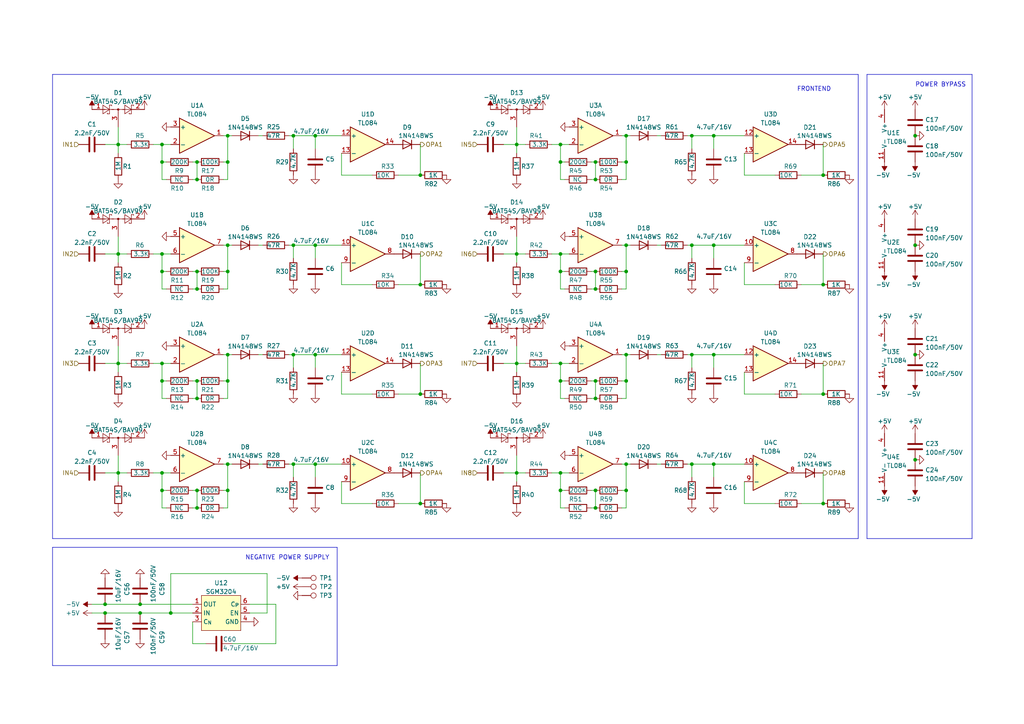
<source format=kicad_sch>
(kicad_sch (version 20230121) (generator eeschema)
  (paper "A4")
  (junction (at 162.56 73.66))
  (junction (at 265.43 71.12))
  (junction (at 66.04 142.24))
  (junction (at 57.15 142.24))
  (junction (at 265.43 39.37))
  (junction (at 34.29 105.41))
  (junction (at 181.61 46.99))
  (junction (at 207.01 102.87))
  (junction (at 149.86 73.66))
  (junction (at 57.15 110.49))
  (junction (at 238.76 146.05))
  (junction (at 85.09 39.37))
  (junction (at 34.29 137.16))
  (junction (at 181.61 110.49))
  (junction (at 181.61 134.62))
  (junction (at 149.86 137.16))
  (junction (at 85.09 102.87))
  (junction (at 40.64 175.26))
  (junction (at 265.43 133.35))
  (junction (at 66.04 110.49))
  (junction (at 66.04 71.12))
  (junction (at 85.09 134.62))
  (junction (at 34.29 73.66))
  (junction (at 121.92 114.3))
  (junction (at 121.92 146.05))
  (junction (at 66.04 39.37))
  (junction (at 172.72 147.32))
  (junction (at 40.64 177.8))
  (junction (at 30.48 175.26))
  (junction (at 207.01 134.62))
  (junction (at 85.09 71.12))
  (junction (at 46.99 73.66))
  (junction (at 91.44 71.12))
  (junction (at 162.56 46.99))
  (junction (at 200.66 71.12))
  (junction (at 30.48 177.8))
  (junction (at 66.04 78.74))
  (junction (at 162.56 110.49))
  (junction (at 172.72 46.99))
  (junction (at 172.72 115.57))
  (junction (at 91.44 39.37))
  (junction (at 238.76 82.55))
  (junction (at 207.01 71.12))
  (junction (at 172.72 110.49))
  (junction (at 57.15 78.74))
  (junction (at 200.66 134.62))
  (junction (at 162.56 41.91))
  (junction (at 162.56 137.16))
  (junction (at 181.61 78.74))
  (junction (at 46.99 46.99))
  (junction (at 91.44 134.62))
  (junction (at 121.92 82.55))
  (junction (at 172.72 78.74))
  (junction (at 46.99 110.49))
  (junction (at 162.56 142.24))
  (junction (at 46.99 137.16))
  (junction (at 66.04 102.87))
  (junction (at 172.72 52.07))
  (junction (at 57.15 147.32))
  (junction (at 162.56 105.41))
  (junction (at 57.15 83.82))
  (junction (at 149.86 41.91))
  (junction (at 57.15 52.07))
  (junction (at 200.66 102.87))
  (junction (at 49.53 177.8))
  (junction (at 46.99 41.91))
  (junction (at 172.72 83.82))
  (junction (at 66.04 46.99))
  (junction (at 181.61 71.12))
  (junction (at 238.76 114.3))
  (junction (at 181.61 142.24))
  (junction (at 149.86 105.41))
  (junction (at 46.99 105.41))
  (junction (at 238.76 50.8))
  (junction (at 207.01 39.37))
  (junction (at 46.99 78.74))
  (junction (at 46.99 142.24))
  (junction (at 34.29 41.91))
  (junction (at 265.43 102.87))
  (junction (at 200.66 39.37))
  (junction (at 91.44 102.87))
  (junction (at 181.61 39.37))
  (junction (at 172.72 142.24))
  (junction (at 57.15 46.99))
  (junction (at 66.04 134.62))
  (junction (at 181.61 102.87))
  (junction (at 121.92 50.8))
  (junction (at 57.15 115.57))
  (junction (at 162.56 78.74))
  (wire (pts (xy 149.86 41.91) (xy 152.4 41.91)))
  (wire (pts (xy 34.29 36.83) (xy 34.29 41.91)))
  (wire (pts (xy 55.88 52.07) (xy 57.15 52.07)))
  (wire (pts (xy 171.45 46.99) (xy 172.72 46.99)))
  (wire (pts (xy 48.26 52.07) (xy 46.99 52.07)))
  (wire (pts (xy 121.92 82.55) (xy 121.92 73.66)))
  (wire (pts (xy 91.44 106.68) (xy 91.44 102.87)))
  (wire (pts (xy 171.45 83.82) (xy 172.72 83.82)))
  (wire (pts (xy 162.56 83.82) (xy 162.56 78.74)))
  (wire (pts (xy 160.02 41.91) (xy 162.56 41.91)))
  (wire (pts (xy 207.01 43.18) (xy 207.01 39.37)))
  (wire (pts (xy 149.86 100.33) (xy 149.86 105.41)))
  (wire (pts (xy 162.56 142.24) (xy 162.56 137.16)))
  (wire (pts (xy 85.09 43.18) (xy 85.09 39.37)))
  (wire (pts (xy 181.61 134.62) (xy 180.34 134.62)))
  (wire (pts (xy 66.04 142.24) (xy 64.77 142.24)))
  (wire (pts (xy 149.86 105.41) (xy 149.86 107.95)))
  (wire (pts (xy 34.29 105.41) (xy 36.83 105.41)))
  (wire (pts (xy 46.99 41.91) (xy 49.53 41.91)))
  (wire (pts (xy 91.44 138.43) (xy 91.44 134.62)))
  (wire (pts (xy 48.26 83.82) (xy 46.99 83.82)))
  (wire (pts (xy 99.06 44.45) (xy 99.06 50.8)))
  (wire (pts (xy 55.88 78.74) (xy 57.15 78.74)))
  (wire (pts (xy 207.01 134.62) (xy 200.66 134.62)))
  (wire (pts (xy 190.5 102.87) (xy 191.77 102.87)))
  (wire (pts (xy 46.99 73.66) (xy 49.53 73.66)))
  (wire (pts (xy 162.56 147.32) (xy 162.56 142.24)))
  (wire (pts (xy 163.83 115.57) (xy 162.56 115.57)))
  (wire (pts (xy 77.47 177.8) (xy 77.47 166.37)))
  (wire (pts (xy 180.34 52.07) (xy 181.61 52.07)))
  (wire (pts (xy 67.31 186.69) (xy 80.01 186.69)))
  (wire (pts (xy 162.56 52.07) (xy 162.56 46.99)))
  (wire (pts (xy 46.99 137.16) (xy 49.53 137.16)))
  (wire (pts (xy 64.77 83.82) (xy 66.04 83.82)))
  (wire (pts (xy 181.61 147.32) (xy 181.61 142.24)))
  (wire (pts (xy 172.72 46.99) (xy 172.72 52.07)))
  (wire (pts (xy 172.72 78.74) (xy 172.72 83.82)))
  (wire (pts (xy 149.86 73.66) (xy 149.86 76.2)))
  (wire (pts (xy 34.29 73.66) (xy 30.48 73.66)))
  (polyline (pts (xy 15.24 193.04) (xy 97.79 193.04)))
  (wire (pts (xy 121.92 50.8) (xy 121.92 41.91)))
  (wire (pts (xy 34.29 105.41) (xy 34.29 107.95)))
  (wire (pts (xy 162.56 105.41) (xy 165.1 105.41)))
  (wire (pts (xy 181.61 39.37) (xy 180.34 39.37)))
  (wire (pts (xy 149.86 105.41) (xy 146.05 105.41)))
  (wire (pts (xy 57.15 110.49) (xy 57.15 115.57)))
  (wire (pts (xy 149.86 41.91) (xy 146.05 41.91)))
  (wire (pts (xy 44.45 137.16) (xy 46.99 137.16)))
  (wire (pts (xy 163.83 83.82) (xy 162.56 83.82)))
  (wire (pts (xy 180.34 147.32) (xy 181.61 147.32)))
  (wire (pts (xy 34.29 105.41) (xy 30.48 105.41)))
  (wire (pts (xy 49.53 177.8) (xy 55.88 177.8)))
  (wire (pts (xy 99.06 82.55) (xy 107.95 82.55)))
  (wire (pts (xy 181.61 46.99) (xy 181.61 39.37)))
  (wire (pts (xy 181.61 52.07) (xy 181.61 46.99)))
  (wire (pts (xy 46.99 46.99) (xy 46.99 41.91)))
  (wire (pts (xy 57.15 46.99) (xy 57.15 52.07)))
  (wire (pts (xy 99.06 114.3) (xy 107.95 114.3)))
  (wire (pts (xy 149.86 73.66) (xy 146.05 73.66)))
  (wire (pts (xy 215.9 146.05) (xy 224.79 146.05)))
  (wire (pts (xy 207.01 74.93) (xy 207.01 71.12)))
  (wire (pts (xy 171.45 110.49) (xy 172.72 110.49)))
  (wire (pts (xy 44.45 73.66) (xy 46.99 73.66)))
  (wire (pts (xy 160.02 73.66) (xy 162.56 73.66)))
  (wire (pts (xy 181.61 78.74) (xy 180.34 78.74)))
  (wire (pts (xy 46.99 147.32) (xy 46.99 142.24)))
  (wire (pts (xy 66.04 71.12) (xy 67.31 71.12)))
  (wire (pts (xy 215.9 50.8) (xy 224.79 50.8)))
  (wire (pts (xy 40.64 175.26) (xy 55.88 175.26)))
  (wire (pts (xy 44.45 41.91) (xy 46.99 41.91)))
  (wire (pts (xy 80.01 186.69) (xy 80.01 175.26)))
  (wire (pts (xy 48.26 110.49) (xy 46.99 110.49)))
  (wire (pts (xy 66.04 39.37) (xy 64.77 39.37)))
  (wire (pts (xy 207.01 39.37) (xy 200.66 39.37)))
  (wire (pts (xy 34.29 132.08) (xy 34.29 137.16)))
  (wire (pts (xy 85.09 106.68) (xy 85.09 102.87)))
  (wire (pts (xy 171.45 78.74) (xy 172.72 78.74)))
  (wire (pts (xy 85.09 74.93) (xy 85.09 71.12)))
  (polyline (pts (xy 15.24 21.59) (xy 248.92 21.59)))
  (wire (pts (xy 163.83 46.99) (xy 162.56 46.99)))
  (wire (pts (xy 66.04 46.99) (xy 66.04 39.37)))
  (wire (pts (xy 66.04 134.62) (xy 64.77 134.62)))
  (wire (pts (xy 200.66 106.68) (xy 200.66 102.87)))
  (wire (pts (xy 30.48 177.8) (xy 40.64 177.8)))
  (wire (pts (xy 74.93 71.12) (xy 76.2 71.12)))
  (wire (pts (xy 162.56 115.57) (xy 162.56 110.49)))
  (wire (pts (xy 34.29 137.16) (xy 30.48 137.16)))
  (wire (pts (xy 64.77 115.57) (xy 66.04 115.57)))
  (wire (pts (xy 163.83 52.07) (xy 162.56 52.07)))
  (wire (pts (xy 26.67 177.8) (xy 30.48 177.8)))
  (wire (pts (xy 91.44 71.12) (xy 99.06 71.12)))
  (wire (pts (xy 207.01 71.12) (xy 215.9 71.12)))
  (wire (pts (xy 85.09 138.43) (xy 85.09 134.62)))
  (polyline (pts (xy 281.94 21.59) (xy 251.46 21.59)))
  (wire (pts (xy 163.83 78.74) (xy 162.56 78.74)))
  (wire (pts (xy 181.61 142.24) (xy 181.61 134.62)))
  (wire (pts (xy 48.26 78.74) (xy 46.99 78.74)))
  (wire (pts (xy 181.61 46.99) (xy 180.34 46.99)))
  (wire (pts (xy 215.9 76.2) (xy 215.9 82.55)))
  (wire (pts (xy 232.41 114.3) (xy 238.76 114.3)))
  (wire (pts (xy 200.66 138.43) (xy 200.66 134.62)))
  (polyline (pts (xy 15.24 158.75) (xy 15.24 193.04)))
  (polyline (pts (xy 281.94 156.21) (xy 281.94 21.59)))
  (wire (pts (xy 149.86 73.66) (xy 152.4 73.66)))
  (wire (pts (xy 66.04 52.07) (xy 66.04 46.99)))
  (wire (pts (xy 30.48 175.26) (xy 40.64 175.26)))
  (wire (pts (xy 162.56 78.74) (xy 162.56 73.66)))
  (wire (pts (xy 162.56 137.16) (xy 165.1 137.16)))
  (wire (pts (xy 149.86 105.41) (xy 152.4 105.41)))
  (wire (pts (xy 34.29 41.91) (xy 34.29 44.45)))
  (wire (pts (xy 55.88 147.32) (xy 57.15 147.32)))
  (wire (pts (xy 44.45 105.41) (xy 46.99 105.41)))
  (wire (pts (xy 48.26 115.57) (xy 46.99 115.57)))
  (wire (pts (xy 55.88 142.24) (xy 57.15 142.24)))
  (wire (pts (xy 172.72 142.24) (xy 172.72 147.32)))
  (wire (pts (xy 66.04 78.74) (xy 64.77 78.74)))
  (wire (pts (xy 55.88 186.69) (xy 55.88 180.34)))
  (wire (pts (xy 200.66 134.62) (xy 199.39 134.62)))
  (wire (pts (xy 181.61 71.12) (xy 182.88 71.12)))
  (wire (pts (xy 66.04 134.62) (xy 67.31 134.62)))
  (wire (pts (xy 207.01 102.87) (xy 200.66 102.87)))
  (wire (pts (xy 115.57 50.8) (xy 121.92 50.8)))
  (wire (pts (xy 77.47 166.37) (xy 49.53 166.37)))
  (wire (pts (xy 190.5 134.62) (xy 191.77 134.62)))
  (wire (pts (xy 215.9 114.3) (xy 224.79 114.3)))
  (wire (pts (xy 66.04 147.32) (xy 66.04 142.24)))
  (wire (pts (xy 55.88 83.82) (xy 57.15 83.82)))
  (wire (pts (xy 215.9 44.45) (xy 215.9 50.8)))
  (wire (pts (xy 232.41 50.8) (xy 238.76 50.8)))
  (wire (pts (xy 215.9 107.95) (xy 215.9 114.3)))
  (wire (pts (xy 207.01 134.62) (xy 215.9 134.62)))
  (wire (pts (xy 207.01 71.12) (xy 200.66 71.12)))
  (wire (pts (xy 115.57 114.3) (xy 121.92 114.3)))
  (wire (pts (xy 55.88 110.49) (xy 57.15 110.49)))
  (wire (pts (xy 85.09 134.62) (xy 83.82 134.62)))
  (wire (pts (xy 238.76 82.55) (xy 238.76 73.66)))
  (wire (pts (xy 91.44 43.18) (xy 91.44 39.37)))
  (wire (pts (xy 34.29 137.16) (xy 36.83 137.16)))
  (wire (pts (xy 238.76 114.3) (xy 238.76 105.41)))
  (wire (pts (xy 74.93 102.87) (xy 76.2 102.87)))
  (wire (pts (xy 200.66 71.12) (xy 199.39 71.12)))
  (wire (pts (xy 149.86 137.16) (xy 152.4 137.16)))
  (wire (pts (xy 181.61 71.12) (xy 180.34 71.12)))
  (wire (pts (xy 26.67 175.26) (xy 30.48 175.26)))
  (wire (pts (xy 171.45 147.32) (xy 172.72 147.32)))
  (wire (pts (xy 121.92 114.3) (xy 121.92 105.41)))
  (wire (pts (xy 163.83 110.49) (xy 162.56 110.49)))
  (wire (pts (xy 46.99 110.49) (xy 46.99 105.41)))
  (wire (pts (xy 232.41 82.55) (xy 238.76 82.55)))
  (wire (pts (xy 99.06 76.2) (xy 99.06 82.55)))
  (polyline (pts (xy 248.92 21.59) (xy 248.92 156.21)))
  (wire (pts (xy 160.02 105.41) (xy 162.56 105.41)))
  (wire (pts (xy 215.9 139.7) (xy 215.9 146.05)))
  (wire (pts (xy 34.29 100.33) (xy 34.29 105.41)))
  (wire (pts (xy 181.61 83.82) (xy 181.61 78.74)))
  (wire (pts (xy 91.44 134.62) (xy 85.09 134.62)))
  (wire (pts (xy 46.99 105.41) (xy 49.53 105.41)))
  (wire (pts (xy 215.9 82.55) (xy 224.79 82.55)))
  (wire (pts (xy 149.86 41.91) (xy 149.86 44.45)))
  (wire (pts (xy 162.56 46.99) (xy 162.56 41.91)))
  (wire (pts (xy 181.61 78.74) (xy 181.61 71.12)))
  (wire (pts (xy 149.86 132.08) (xy 149.86 137.16)))
  (wire (pts (xy 55.88 46.99) (xy 57.15 46.99)))
  (wire (pts (xy 80.01 175.26) (xy 72.39 175.26)))
  (polyline (pts (xy 251.46 21.59) (xy 251.46 156.21)))
  (wire (pts (xy 66.04 78.74) (xy 66.04 71.12)))
  (wire (pts (xy 162.56 110.49) (xy 162.56 105.41)))
  (wire (pts (xy 46.99 83.82) (xy 46.99 78.74)))
  (wire (pts (xy 160.02 137.16) (xy 162.56 137.16)))
  (wire (pts (xy 162.56 73.66) (xy 165.1 73.66)))
  (polyline (pts (xy 251.46 156.21) (xy 281.94 156.21)))
  (wire (pts (xy 74.93 39.37) (xy 76.2 39.37)))
  (wire (pts (xy 171.45 115.57) (xy 172.72 115.57)))
  (wire (pts (xy 91.44 74.93) (xy 91.44 71.12)))
  (wire (pts (xy 163.83 142.24) (xy 162.56 142.24)))
  (wire (pts (xy 66.04 110.49) (xy 66.04 102.87)))
  (wire (pts (xy 64.77 147.32) (xy 66.04 147.32)))
  (wire (pts (xy 46.99 115.57) (xy 46.99 110.49)))
  (wire (pts (xy 40.64 177.8) (xy 49.53 177.8)))
  (wire (pts (xy 200.66 43.18) (xy 200.66 39.37)))
  (wire (pts (xy 181.61 39.37) (xy 182.88 39.37)))
  (wire (pts (xy 91.44 134.62) (xy 99.06 134.62)))
  (wire (pts (xy 49.53 166.37) (xy 49.53 177.8)))
  (wire (pts (xy 162.56 41.91) (xy 165.1 41.91)))
  (wire (pts (xy 207.01 39.37) (xy 215.9 39.37)))
  (wire (pts (xy 66.04 102.87) (xy 64.77 102.87)))
  (wire (pts (xy 180.34 83.82) (xy 181.61 83.82)))
  (wire (pts (xy 91.44 102.87) (xy 99.06 102.87)))
  (wire (pts (xy 200.66 39.37) (xy 199.39 39.37)))
  (wire (pts (xy 91.44 71.12) (xy 85.09 71.12)))
  (wire (pts (xy 181.61 115.57) (xy 181.61 110.49)))
  (wire (pts (xy 34.29 41.91) (xy 36.83 41.91)))
  (wire (pts (xy 115.57 82.55) (xy 121.92 82.55)))
  (polyline (pts (xy 15.24 156.21) (xy 248.92 156.21)))
  (wire (pts (xy 66.04 83.82) (xy 66.04 78.74)))
  (wire (pts (xy 149.86 137.16) (xy 149.86 139.7)))
  (wire (pts (xy 181.61 102.87) (xy 182.88 102.87)))
  (polyline (pts (xy 15.24 156.21) (xy 15.24 21.59)))
  (wire (pts (xy 207.01 106.68) (xy 207.01 102.87)))
  (wire (pts (xy 172.72 110.49) (xy 172.72 115.57)))
  (wire (pts (xy 91.44 39.37) (xy 85.09 39.37)))
  (wire (pts (xy 34.29 68.58) (xy 34.29 73.66)))
  (wire (pts (xy 171.45 52.07) (xy 172.72 52.07)))
  (wire (pts (xy 34.29 73.66) (xy 34.29 76.2)))
  (wire (pts (xy 163.83 147.32) (xy 162.56 147.32)))
  (wire (pts (xy 72.39 177.8) (xy 77.47 177.8)))
  (wire (pts (xy 91.44 39.37) (xy 99.06 39.37)))
  (wire (pts (xy 190.5 39.37) (xy 191.77 39.37)))
  (wire (pts (xy 85.09 39.37) (xy 83.82 39.37)))
  (wire (pts (xy 48.26 147.32) (xy 46.99 147.32)))
  (polyline (pts (xy 15.24 158.75) (xy 97.79 158.75)))
  (wire (pts (xy 74.93 134.62) (xy 76.2 134.62)))
  (wire (pts (xy 149.86 137.16) (xy 146.05 137.16)))
  (wire (pts (xy 59.69 186.69) (xy 55.88 186.69)))
  (wire (pts (xy 66.04 71.12) (xy 64.77 71.12)))
  (wire (pts (xy 91.44 102.87) (xy 85.09 102.87)))
  (wire (pts (xy 238.76 146.05) (xy 238.76 137.16)))
  (wire (pts (xy 46.99 142.24) (xy 46.99 137.16)))
  (wire (pts (xy 181.61 134.62) (xy 182.88 134.62)))
  (wire (pts (xy 181.61 110.49) (xy 180.34 110.49)))
  (wire (pts (xy 48.26 142.24) (xy 46.99 142.24)))
  (wire (pts (xy 66.04 115.57) (xy 66.04 110.49)))
  (wire (pts (xy 149.86 68.58) (xy 149.86 73.66)))
  (wire (pts (xy 200.66 74.93) (xy 200.66 71.12)))
  (wire (pts (xy 180.34 115.57) (xy 181.61 115.57)))
  (wire (pts (xy 99.06 107.95) (xy 99.06 114.3)))
  (wire (pts (xy 99.06 139.7) (xy 99.06 146.05)))
  (wire (pts (xy 66.04 102.87) (xy 67.31 102.87)))
  (wire (pts (xy 34.29 137.16) (xy 34.29 139.7)))
  (wire (pts (xy 99.06 50.8) (xy 107.95 50.8)))
  (wire (pts (xy 55.88 115.57) (xy 57.15 115.57)))
  (wire (pts (xy 85.09 102.87) (xy 83.82 102.87)))
  (polyline (pts (xy 97.79 193.04) (xy 97.79 158.75)))
  (wire (pts (xy 121.92 146.05) (xy 121.92 137.16)))
  (wire (pts (xy 232.41 146.05) (xy 238.76 146.05)))
  (wire (pts (xy 149.86 36.83) (xy 149.86 41.91)))
  (wire (pts (xy 238.76 50.8) (xy 238.76 41.91)))
  (wire (pts (xy 46.99 78.74) (xy 46.99 73.66)))
  (wire (pts (xy 181.61 110.49) (xy 181.61 102.87)))
  (wire (pts (xy 66.04 46.99) (xy 64.77 46.99)))
  (wire (pts (xy 181.61 102.87) (xy 180.34 102.87)))
  (wire (pts (xy 115.57 146.05) (xy 121.92 146.05)))
  (wire (pts (xy 66.04 39.37) (xy 67.31 39.37)))
  (wire (pts (xy 64.77 52.07) (xy 66.04 52.07)))
  (wire (pts (xy 99.06 146.05) (xy 107.95 146.05)))
  (wire (pts (xy 57.15 78.74) (xy 57.15 83.82)))
  (wire (pts (xy 181.61 142.24) (xy 180.34 142.24)))
  (wire (pts (xy 66.04 110.49) (xy 64.77 110.49)))
  (wire (pts (xy 66.04 142.24) (xy 66.04 134.62)))
  (wire (pts (xy 190.5 71.12) (xy 191.77 71.12)))
  (wire (pts (xy 48.26 46.99) (xy 46.99 46.99)))
  (wire (pts (xy 85.09 71.12) (xy 83.82 71.12)))
  (wire (pts (xy 34.29 73.66) (xy 36.83 73.66)))
  (wire (pts (xy 207.01 138.43) (xy 207.01 134.62)))
  (wire (pts (xy 34.29 41.91) (xy 30.48 41.91)))
  (wire (pts (xy 171.45 142.24) (xy 172.72 142.24)))
  (wire (pts (xy 207.01 102.87) (xy 215.9 102.87)))
  (wire (pts (xy 200.66 102.87) (xy 199.39 102.87)))
  (wire (pts (xy 46.99 52.07) (xy 46.99 46.99)))
  (wire (pts (xy 57.15 142.24) (xy 57.15 147.32)))
  (text "FRONTEND" (at 231.14 26.67 0) (effects (font (size 1.27 1.27)) (justify left bottom)))
  (text "POWER BYPASS" (at 265.43 25.4 0) (effects (font (size 1.27 1.27)) (justify left bottom)))
  (text "NEGATIVE POWER SUPPLY" (at 71.12 162.56 0) (effects (font (size 1.27 1.27)) (justify left bottom)))
  (hierarchical_label "IN2" (shape input) (at 22.86 73.66 180))
  (hierarchical_label "IN4" (shape input) (at 22.86 137.16 180))
  (hierarchical_label "OPA6" (shape output) (at 238.76 73.66 0))
  (hierarchical_label "OPA3" (shape output) (at 121.92 105.41 0))
  (hierarchical_label "IN6" (shape input) (at 138.43 73.66 180))
  (hierarchical_label "IN7" (shape input) (at 138.43 105.41 180))
  (hierarchical_label "OPA1" (shape output) (at 121.92 41.91 0))
  (hierarchical_label "IN1" (shape input) (at 22.86 41.91 180))
  (hierarchical_label "OPA8" (shape output) (at 238.76 137.16 0))
  (hierarchical_label "OPA7" (shape output) (at 238.76 105.41 0))
  (hierarchical_label "OPA2" (shape output) (at 121.92 73.66 0))
  (hierarchical_label "IN8" (shape input) (at 138.43 137.16 180))
  (hierarchical_label "IN3" (shape input) (at 22.86 105.41 180))
  (hierarchical_label "OPA4" (shape output) (at 121.92 137.16 0))
  (hierarchical_label "OPA5" (shape output) (at 238.76 41.91 0))
  (hierarchical_label "IN5" (shape input) (at 138.43 41.91 180))
  (symbol (lib_id "power:GND") (at 49.53 68.58 270) (unit 1)
    (property "Reference" "#PWR014" (effects hide))
    (property "Value" "GND" (effects hide))
  )
  (symbol (lib_id "power:-5V") (at 142.24 95.25 0) (unit 1)
    (property "Reference" "#PWR027" (effects hide))
    (property "Value" "-5V" (at 142.24 91.6742 0))
  )
  (symbol (lib_id "power:+5V") (at 265.43 31.75 0) (unit 1)
    (property "Reference" "#PWR058" (effects hide))
    (property "Value" "+5V" (at 265.43 28.1742 0))
  )
  (symbol (lib_id "power:-5V") (at 142.24 31.75 0) (unit 1)
    (property "Reference" "#PWR025" (effects hide))
    (property "Value" "-5V" (at 142.24 28.1742 0))
  )
  (symbol (lib_id "Device:R") (at 34.29 143.51 0) (unit 1)
    (property "Reference" "R4" (at 35.56 143.51 0) (effects (justify left)))
    (property "Value" "1M" (at 34.29 144.78 90) (effects (justify left)))
    (property "Footprint" "Resistor_SMD:R_0603_1608Metric" (effects hide))
  )
  (symbol (lib_id "Connector:TestPoint") (at 87.63 172.72 270) (unit 1)
    (property "Reference" "TP3" (at 92.71 172.72 90) (effects (justify left)))
    (property "Value" "TestPoint" (effects hide))
    (property "Footprint" "TestPoint:TestPoint_THTPad_D2.0mm_Drill1.0mm" (effects hide))
  )
  (symbol (lib_id "power:-5V") (at 142.24 127 0) (unit 1)
    (property "Reference" "#PWR028" (effects hide))
    (property "Value" "-5V" (at 142.24 123.4242 0))
  )
  (symbol (lib_id "power:GND") (at 91.44 114.3 0) (unit 1)
    (property "Reference" "#PWR023" (effects hide))
    (property "Value" "GND" (effects hide))
  )
  (symbol (lib_id "Amplifier_Operational:TL084") (at 106.68 73.66 0) (unit 3)
    (property "Reference" "U1" (at 106.68 64.8802 0))
    (property "Value" "TL084" (at 106.68 67.4171 0))
    (property "Footprint" "Package_SO:SOIC-14_3.9x8.7mm_P1.27mm" (effects hide))
    (property "Datasheet" "http://www.ti.com/lit/ds/symlink/tl081.pdf" (effects hide))
  )
  (symbol (lib_id "Amplifier_Operational:TL084") (at 259.08 39.37 0) (unit 5)
    (property "Reference" "U1" (at 257.175 38.5353 0) (effects (justify left)))
    (property "Value" "TL084" (at 257.175 41.0722 0) (effects (justify left)))
    (property "Footprint" "Package_SO:SOIC-14_3.9x8.7mm_P1.27mm" (effects hide))
    (property "Datasheet" "http://www.ti.com/lit/ds/symlink/tl081.pdf" (effects hide))
  )
  (symbol (lib_id "Device:C") (at 265.43 106.68 180) (unit 1)
    (property "Reference" "C22" (at 268.351 105.8453 0) (effects (justify right)))
    (property "Value" "100nF/50V" (at 268.351 108.3822 0) (effects (justify right)))
    (property "Footprint" "Capacitor_SMD:C_0603_1608Metric" (effects hide))
  )
  (symbol (lib_id "Device:R") (at 85.09 78.74 180) (unit 1)
    (property "Reference" "R30" (at 83.82 78.74 0) (effects (justify left)))
    (property "Value" "4.7K" (at 85.09 76.2 90) (effects (justify left)))
    (property "Footprint" "Resistor_SMD:R_0603_1608Metric" (effects hide))
  )
  (symbol (lib_id "power:+5V") (at 157.48 63.5 0) (unit 1)
    (property "Reference" "#PWR034" (effects hide))
    (property "Value" "+5V" (at 157.48 59.9242 0))
  )
  (symbol (lib_id "power:GND") (at 72.39 180.34 90) (unit 1)
    (property "Reference" "#PWR0125" (effects hide))
    (property "Value" "GND" (effects hide))
  )
  (symbol (lib_id "Device:R") (at 228.6 114.3 270) (unit 1)
    (property "Reference" "R71" (at 227.33 111.76 90) (effects (justify left)))
    (property "Value" "10K" (at 226.06 114.3 90) (effects (justify left)))
    (property "Footprint" "Resistor_SMD:R_0603_1608Metric" (effects hide))
  )
  (symbol (lib_id "power:GND") (at 207.01 146.05 0) (unit 1)
    (property "Reference" "#PWR048" (effects hide))
    (property "Value" "GND" (effects hide))
  )
  (symbol (lib_id "power:-5V") (at 142.24 63.5 0) (unit 1)
    (property "Reference" "#PWR026" (effects hide))
    (property "Value" "-5V" (at 142.24 59.9242 0))
  )
  (symbol (lib_id "power:-5V") (at 265.43 110.49 180) (unit 1)
    (property "Reference" "#PWR066" (effects hide))
    (property "Value" "-5V" (at 262.89 114.3 0) (effects (justify right)))
  )
  (symbol (lib_id "Device:R") (at 60.96 78.74 90) (unit 1)
    (property "Reference" "R19" (at 62.23 81.28 90) (effects (justify left)))
    (property "Value" "100K" (at 63.5 78.74 90) (effects (justify left)))
    (property "Footprint" "Resistor_SMD:R_0603_1608Metric" (effects hide))
  )
  (symbol (lib_id "Device:C") (at 265.43 99.06 180) (unit 1)
    (property "Reference" "C21" (at 268.351 98.2253 0) (effects (justify right)))
    (property "Value" "100nF/50V" (at 268.351 100.7622 0) (effects (justify right)))
    (property "Footprint" "Capacitor_SMD:C_0603_1608Metric" (effects hide))
  )
  (symbol (lib_id "Amplifier_Operational:TL084") (at 259.08 102.87 0) (unit 5)
    (property "Reference" "U3" (at 257.175 102.0353 0) (effects (justify left)))
    (property "Value" "TL084" (at 257.175 104.5722 0) (effects (justify left)))
    (property "Footprint" "Package_SO:SOIC-14_3.9x8.7mm_P1.27mm" (effects hide))
    (property "Datasheet" "http://www.ti.com/lit/ds/symlink/tl081.pdf" (effects hide))
  )
  (symbol (lib_id "power:GND") (at 87.63 172.72 270) (unit 1)
    (property "Reference" "#PWR0152" (effects hide))
    (property "Value" "GND" (effects hide))
  )
  (symbol (lib_id "Device:R") (at 195.58 39.37 90) (unit 1)
    (property "Reference" "R61" (at 196.85 36.83 90) (effects (justify left)))
    (property "Value" "47R" (at 196.85 39.37 90) (effects (justify left)))
    (property "Footprint" "Resistor_SMD:R_0603_1608Metric" (effects hide))
  )
  (symbol (lib_id "Device:R") (at 40.64 137.16 90) (unit 1)
    (property "Reference" "R8" (at 41.91 134.62 90) (effects (justify left)))
    (property "Value" "3.3K" (at 43.18 137.16 90) (effects (justify left)))
    (property "Footprint" "Resistor_SMD:R_0603_1608Metric" (effects hide))
  )
  (symbol (lib_id "Device:C") (at 40.64 181.61 0) (unit 1)
    (property "Reference" "C59" (at 46.99 182.88 90) (effects (justify right)))
    (property "Value" "100nF/50V" (at 44.45 179.07 90) (effects (justify right)))
    (property "Footprint" "Capacitor_SMD:C_0603_1608Metric" (effects hide))
  )
  (symbol (lib_id "Diode:1N4148WS") (at 234.95 105.41 180) (unit 1)
    (property "Reference" "D23" (at 234.95 100.4402 0))
    (property "Value" "1N4148WS" (at 236.22 102.87 0))
    (property "Footprint" "NewLib:SOD_323_1" (effects hide))
    (property "Datasheet" "https://www.vishay.com/docs/85751/1n4148ws.pdf" (effects hide))
  )
  (symbol (lib_id "Amplifier_Operational:TL084") (at 106.68 137.16 0) (unit 3)
    (property "Reference" "U2" (at 106.68 128.3802 0))
    (property "Value" "TL084" (at 106.68 130.9171 0))
    (property "Footprint" "Package_SO:SOIC-14_3.9x8.7mm_P1.27mm" (effects hide))
    (property "Datasheet" "http://www.ti.com/lit/ds/symlink/tl081.pdf" (effects hide))
  )
  (symbol (lib_id "Device:R") (at 167.64 147.32 90) (unit 1)
    (property "Reference" "R52" (at 168.91 149.86 90) (effects (justify left)))
    (property "Value" "NC" (at 168.91 147.32 90) (effects (justify left)))
    (property "Footprint" "Resistor_SMD:R_0603_1608Metric" (effects hide))
  )
  (symbol (lib_id "Device:R") (at 60.96 147.32 90) (unit 1)
    (property "Reference" "R24" (at 62.23 149.86 90) (effects (justify left)))
    (property "Value" "0R" (at 62.23 147.32 90) (effects (justify left)))
    (property "Footprint" "Resistor_SMD:R_0603_1608Metric" (effects hide))
  )
  (symbol (lib_id "power:-5V") (at 26.67 63.5 0) (unit 1)
    (property "Reference" "#PWR02" (effects hide))
    (property "Value" "-5V" (at 26.67 59.9242 0))
  )
  (symbol (lib_id "power:GND") (at 207.01 50.8 0) (unit 1)
    (property "Reference" "#PWR045" (effects hide))
    (property "Value" "GND" (effects hide))
  )
  (symbol (lib_id "power:GND") (at 34.29 147.32 0) (unit 1)
    (property "Reference" "#PWR08" (effects hide))
    (property "Value" "GND" (effects hide))
  )
  (symbol (lib_id "Diode:1N4148WS") (at 186.69 134.62 180) (unit 1)
    (property "Reference" "D20" (at 186.69 129.6502 0))
    (property "Value" "1N4148WS" (at 186.69 132.1871 0))
    (property "Footprint" "NewLib:SOD_323_1" (effects hide))
    (property "Datasheet" "https://www.vishay.com/docs/85751/1n4148ws.pdf" (effects hide))
  )
  (symbol (lib_id "power:GND") (at 246.38 146.05 0) (unit 1)
    (property "Reference" "#PWR0151" (effects hide))
    (property "Value" "GND" (effects hide))
  )
  (symbol (lib_id "power:GND") (at 49.53 36.83 270) (unit 1)
    (property "Reference" "#PWR013" (effects hide))
    (property "Value" "GND" (effects hide))
  )
  (symbol (lib_id "power:GND") (at 165.1 68.58 270) (unit 1)
    (property "Reference" "#PWR038" (effects hide))
    (property "Value" "GND" (effects hide))
  )
  (symbol (lib_id "Device:R") (at 125.73 146.05 90) (unit 1)
    (property "Reference" "R85" (at 127 148.59 90) (effects (justify left)))
    (property "Value" "1K" (at 127 146.05 90) (effects (justify left)))
    (property "Footprint" "Resistor_SMD:R_0603_1608Metric" (effects hide))
  )
  (symbol (lib_id "Device:R") (at 176.53 110.49 90) (unit 1)
    (property "Reference" "R57" (at 177.8 113.03 90) (effects (justify left)))
    (property "Value" "100K" (at 179.07 110.49 90) (effects (justify left)))
    (property "Footprint" "Resistor_SMD:R_0603_1608Metric" (effects hide))
  )
  (symbol (lib_id "Device:R") (at 52.07 52.07 90) (unit 1)
    (property "Reference" "R10" (at 53.34 54.61 90) (effects (justify left)))
    (property "Value" "NC" (at 53.34 52.07 90) (effects (justify left)))
    (property "Footprint" "Resistor_SMD:R_0603_1608Metric" (effects hide))
  )
  (symbol (lib_id "power:GND") (at 30.48 167.64 180) (unit 1)
    (property "Reference" "#PWR0121" (effects hide))
    (property "Value" "GND" (effects hide))
  )
  (symbol (lib_id "Device:R") (at 149.86 111.76 0) (unit 1)
    (property "Reference" "R39" (at 151.13 111.76 0) (effects (justify left)))
    (property "Value" "1M" (at 149.86 113.03 90) (effects (justify left)))
    (property "Footprint" "Resistor_SMD:R_0603_1608Metric" (effects hide))
  )
  (symbol (lib_id "Device:R") (at 149.86 143.51 0) (unit 1)
    (property "Reference" "R40" (at 151.13 143.51 0) (effects (justify left)))
    (property "Value" "1M" (at 149.86 144.78 90) (effects (justify left)))
    (property "Footprint" "Resistor_SMD:R_0603_1608Metric" (effects hide))
  )
  (symbol (lib_id "power:+5V") (at 256.54 125.73 0) (unit 1)
    (property "Reference" "#PWR056" (effects hide))
    (property "Value" "+5V" (at 256.54 122.1542 0))
  )
  (symbol (lib_id "Device:R") (at 85.09 142.24 180) (unit 1)
    (property "Reference" "R32" (at 83.82 142.24 0) (effects (justify left)))
    (property "Value" "4.7K" (at 85.09 139.7 90) (effects (justify left)))
    (property "Footprint" "Resistor_SMD:R_0603_1608Metric" (effects hide))
  )
  (symbol (lib_id "Device:R") (at 156.21 41.91 90) (unit 1)
    (property "Reference" "R41" (at 157.48 39.37 90) (effects (justify left)))
    (property "Value" "3.3K" (at 158.75 41.91 90) (effects (justify left)))
    (property "Footprint" "Resistor_SMD:R_0603_1608Metric" (effects hide))
  )
  (symbol (lib_id "power:GND") (at 149.86 83.82 0) (unit 1)
    (property "Reference" "#PWR030" (effects hide))
    (property "Value" "GND" (effects hide))
  )
  (symbol (lib_id "Device:R") (at 167.64 142.24 90) (unit 1)
    (property "Reference" "R51" (at 168.91 144.78 90) (effects (justify left)))
    (property "Value" "200K" (at 170.18 142.24 90) (effects (justify left)))
    (property "Footprint" "Resistor_SMD:R_0603_1608Metric" (effects hide))
  )
  (symbol (lib_id "Device:R") (at 167.64 46.99 90) (unit 1)
    (property "Reference" "R45" (at 168.91 49.53 90) (effects (justify left)))
    (property "Value" "200K" (at 170.18 46.99 90) (effects (justify left)))
    (property "Footprint" "Resistor_SMD:R_0603_1608Metric" (effects hide))
  )
  (symbol (lib_id "Device:R") (at 52.07 115.57 90) (unit 1)
    (property "Reference" "R14" (at 53.34 118.11 90) (effects (justify left)))
    (property "Value" "NC" (at 53.34 115.57 90) (effects (justify left)))
    (property "Footprint" "Resistor_SMD:R_0603_1608Metric" (effects hide))
  )
  (symbol (lib_id "Amplifier_Operational:TL084") (at 57.15 134.62 0) (unit 2)
    (property "Reference" "U2" (at 57.15 125.8402 0))
    (property "Value" "TL084" (at 57.15 128.3771 0))
    (property "Footprint" "Package_SO:SOIC-14_3.9x8.7mm_P1.27mm" (effects hide))
    (property "Datasheet" "http://www.ti.com/lit/ds/symlink/tl081.pdf" (effects hide))
  )
  (symbol (lib_id "power:GND") (at 265.43 71.12 90) (unit 1)
    (property "Reference" "#PWR062" (effects hide))
    (property "Value" "GND" (effects hide))
  )
  (symbol (lib_id "Device:C") (at 265.43 74.93 180) (unit 1)
    (property "Reference" "C20" (at 268.351 74.0953 0) (effects (justify right)))
    (property "Value" "100nF/50V" (at 268.351 76.6322 0) (effects (justify right)))
    (property "Footprint" "Capacitor_SMD:C_0603_1608Metric" (effects hide))
  )
  (symbol (lib_id "power:GND") (at 49.53 100.33 270) (unit 1)
    (property "Reference" "#PWR015" (effects hide))
    (property "Value" "GND" (effects hide))
  )
  (symbol (lib_id "Device:C") (at 207.01 46.99 180) (unit 1)
    (property "Reference" "C13" (at 209.931 46.1553 0) (effects (justify right)))
    (property "Value" "4.7uF/16V" (at 201.93 36.83 0) (effects (justify right)))
    (property "Footprint" "Capacitor_SMD:C_0603_1608Metric" (effects hide))
  )
  (symbol (lib_id "Diode:1N4148WS") (at 186.69 39.37 180) (unit 1)
    (property "Reference" "D17" (at 186.69 34.4002 0))
    (property "Value" "1N4148WS" (at 186.69 36.9371 0))
    (property "Footprint" "NewLib:SOD_323_1" (effects hide))
    (property "Datasheet" "https://www.vishay.com/docs/85751/1n4148ws.pdf" (effects hide))
  )
  (symbol (lib_id "Device:R") (at 167.64 110.49 90) (unit 1)
    (property "Reference" "R49" (at 168.91 113.03 90) (effects (justify left)))
    (property "Value" "200K" (at 170.18 110.49 90) (effects (justify left)))
    (property "Footprint" "Resistor_SMD:R_0603_1608Metric" (effects hide))
  )
  (symbol (lib_id "power:GND") (at 165.1 132.08 270) (unit 1)
    (property "Reference" "#PWR040" (effects hide))
    (property "Value" "GND" (effects hide))
  )
  (symbol (lib_id "Device:R") (at 195.58 102.87 90) (unit 1)
    (property "Reference" "R63" (at 196.85 100.33 90) (effects (justify left)))
    (property "Value" "47R" (at 196.85 102.87 90) (effects (justify left)))
    (property "Footprint" "Resistor_SMD:R_0603_1608Metric" (effects hide))
  )
  (symbol (lib_id "Device:R") (at 80.01 39.37 90) (unit 1)
    (property "Reference" "R25" (at 81.28 36.83 90) (effects (justify left)))
    (property "Value" "47R" (at 81.28 39.37 90) (effects (justify left)))
    (property "Footprint" "Resistor_SMD:R_0603_1608Metric" (effects hide))
  )
  (symbol (lib_id "Device:C") (at 91.44 46.99 180) (unit 1)
    (property "Reference" "C5" (at 94.361 46.1553 0) (effects (justify right)))
    (property "Value" "4.7uF/16V" (at 85.09 38.1 0) (effects (justify right)))
    (property "Footprint" "Capacitor_SMD:C_0603_1608Metric" (effects hide))
  )
  (symbol (lib_id "power:GND") (at 129.54 50.8 0) (unit 1)
    (property "Reference" "#PWR070" (effects hide))
    (property "Value" "GND" (effects hide))
  )
  (symbol (lib_id "power:GND") (at 30.48 185.42 0) (unit 1)
    (property "Reference" "#PWR0122" (effects hide))
    (property "Value" "GND" (effects hide))
  )
  (symbol (lib_id "Device:R") (at 52.07 110.49 90) (unit 1)
    (property "Reference" "R13" (at 53.34 113.03 90) (effects (justify left)))
    (property "Value" "200K" (at 54.61 110.49 90) (effects (justify left)))
    (property "Footprint" "Resistor_SMD:R_0603_1608Metric" (effects hide))
  )
  (symbol (lib_id "Device:R") (at 111.76 50.8 270) (unit 1)
    (property "Reference" "R33" (at 110.49 48.26 90) (effects (justify left)))
    (property "Value" "10K" (at 109.22 50.8 90) (effects (justify left)))
    (property "Footprint" "Resistor_SMD:R_0603_1608Metric" (effects hide))
  )
  (symbol (lib_id "power:+5V") (at 41.91 63.5 0) (unit 1)
    (property "Reference" "#PWR010" (effects hide))
    (property "Value" "+5V" (at 41.91 59.9242 0))
  )
  (symbol (lib_id "Device:R") (at 60.96 46.99 90) (unit 1)
    (property "Reference" "R17" (at 62.23 49.53 90) (effects (justify left)))
    (property "Value" "100K" (at 63.5 46.99 90) (effects (justify left)))
    (property "Footprint" "Resistor_SMD:R_0603_1608Metric" (effects hide))
  )
  (symbol (lib_id "Device:R") (at 52.07 78.74 90) (unit 1)
    (property "Reference" "R11" (at 53.34 81.28 90) (effects (justify left)))
    (property "Value" "200K" (at 54.61 78.74 90) (effects (justify left)))
    (property "Footprint" "Resistor_SMD:R_0603_1608Metric" (effects hide))
  )
  (symbol (lib_id "Amplifier_Operational:TL084") (at 106.68 105.41 0) (unit 4)
    (property "Reference" "U2" (at 106.68 96.6302 0))
    (property "Value" "TL084" (at 106.68 99.1671 0))
    (property "Footprint" "Package_SO:SOIC-14_3.9x8.7mm_P1.27mm" (effects hide))
    (property "Datasheet" "http://www.ti.com/lit/ds/symlink/tl081.pdf" (effects hide))
  )
  (symbol (lib_id "Device:R") (at 228.6 146.05 270) (unit 1)
    (property "Reference" "R72" (at 227.33 143.51 90) (effects (justify left)))
    (property "Value" "10K" (at 226.06 146.05 90) (effects (justify left)))
    (property "Footprint" "Resistor_SMD:R_0603_1608Metric" (effects hide))
  )
  (symbol (lib_id "Device:R") (at 176.53 147.32 90) (unit 1)
    (property "Reference" "R60" (at 177.8 149.86 90) (effects (justify left)))
    (property "Value" "0R" (at 177.8 147.32 90) (effects (justify left)))
    (property "Footprint" "Resistor_SMD:R_0603_1608Metric" (effects hide))
  )
  (symbol (lib_id "power:GND") (at 200.66 50.8 0) (unit 1)
    (property "Reference" "#PWR041" (effects hide))
    (property "Value" "GND" (effects hide))
  )
  (symbol (lib_id "Diode:1N4148WS") (at 234.95 41.91 180) (unit 1)
    (property "Reference" "D21" (at 234.95 36.9402 0))
    (property "Value" "1N4148WS" (at 236.22 39.37 0))
    (property "Footprint" "NewLib:SOD_323_1" (effects hide))
    (property "Datasheet" "https://www.vishay.com/docs/85751/1n4148ws.pdf" (effects hide))
  )
  (symbol (lib_id "Diode:BAT54S") (at 149.86 31.75 0) (unit 1)
    (property "Reference" "D13" (at 149.86 26.9072 0))
    (property "Value" "BAT54S/BAV99" (at 149.86 29.4441 0))
    (property "Footprint" "Package_TO_SOT_SMD:SOT-23" (effects hide))
    (property "Datasheet" "https://www.diodes.com/assets/Datasheets/ds11005.pdf" (effects hide))
  )
  (symbol (lib_id "Device:C") (at 142.24 105.41 90) (unit 1)
    (property "Reference" "C11" (at 142.24 99.5512 90))
    (property "Value" "2.2nF/50V" (at 142.24 102.0881 90))
    (property "Footprint" "Capacitor_SMD:C_0603_1608Metric" (effects hide))
  )
  (symbol (lib_id "Device:R") (at 176.53 78.74 90) (unit 1)
    (property "Reference" "R55" (at 177.8 81.28 90) (effects (justify left)))
    (property "Value" "100K" (at 179.07 78.74 90) (effects (justify left)))
    (property "Footprint" "Resistor_SMD:R_0603_1608Metric" (effects hide))
  )
  (symbol (lib_id "power:GND") (at 129.54 146.05 0) (unit 1)
    (property "Reference" "#PWR0147" (effects hide))
    (property "Value" "GND" (effects hide))
  )
  (symbol (lib_id "Device:R") (at 52.07 83.82 90) (unit 1)
    (property "Reference" "R12" (at 53.34 86.36 90) (effects (justify left)))
    (property "Value" "NC" (at 53.34 83.82 90) (effects (justify left)))
    (property "Footprint" "Resistor_SMD:R_0603_1608Metric" (effects hide))
  )
  (symbol (lib_id "power:+5V") (at 157.48 95.25 0) (unit 1)
    (property "Reference" "#PWR035" (effects hide))
    (property "Value" "+5V" (at 157.48 91.6742 0))
  )
  (symbol (lib_id "Device:R") (at 111.76 82.55 270) (unit 1)
    (property "Reference" "R34" (at 110.49 80.01 90) (effects (justify left)))
    (property "Value" "10K" (at 109.22 82.55 90) (effects (justify left)))
    (property "Footprint" "Resistor_SMD:R_0603_1608Metric" (effects hide))
  )
  (symbol (lib_id "Device:R") (at 125.73 82.55 90) (unit 1)
    (property "Reference" "R83" (at 127 85.09 90) (effects (justify left)))
    (property "Value" "1K" (at 127 82.55 90) (effects (justify left)))
    (property "Footprint" "Resistor_SMD:R_0603_1608Metric" (effects hide))
  )
  (symbol (lib_id "Device:R") (at 167.64 52.07 90) (unit 1)
    (property "Reference" "R46" (at 168.91 54.61 90) (effects (justify left)))
    (property "Value" "NC" (at 168.91 52.07 90) (effects (justify left)))
    (property "Footprint" "Resistor_SMD:R_0603_1608Metric" (effects hide))
  )
  (symbol (lib_id "power:+5V") (at 41.91 127 0) (unit 1)
    (property "Reference" "#PWR012" (effects hide))
    (property "Value" "+5V" (at 41.91 123.4242 0))
  )
  (symbol (lib_id "power:-5V") (at 26.67 31.75 0) (unit 1)
    (property "Reference" "#PWR01" (effects hide))
    (property "Value" "-5V" (at 26.67 28.1742 0))
  )
  (symbol (lib_id "power:GND") (at 85.09 114.3 0) (unit 1)
    (property "Reference" "#PWR019" (effects hide))
    (property "Value" "GND" (effects hide))
  )
  (symbol (lib_id "power:GND") (at 49.53 132.08 270) (unit 1)
    (property "Reference" "#PWR016" (effects hide))
    (property "Value" "GND" (effects hide))
  )
  (symbol (lib_id "power:-5V") (at 256.54 140.97 180) (unit 1)
    (property "Reference" "#PWR057" (effects hide))
    (property "Value" "-5V" (at 254 144.78 0) (effects (justify right)))
  )
  (symbol (lib_id "power:GND") (at 34.29 83.82 0) (unit 1)
    (property "Reference" "#PWR06" (effects hide))
    (property "Value" "GND" (effects hide))
  )
  (symbol (lib_id "Device:C") (at 91.44 78.74 180) (unit 1)
    (property "Reference" "C6" (at 94.361 77.9053 0) (effects (justify right)))
    (property "Value" "4.7uF/16V" (at 85.09 69.85 0) (effects (justify right)))
    (property "Footprint" "Capacitor_SMD:C_0603_1608Metric" (effects hide))
  )
  (symbol (lib_id "power:GND") (at 40.64 185.42 0) (unit 1)
    (property "Reference" "#PWR0124" (effects hide))
    (property "Value" "GND" (effects hide))
  )
  (symbol (lib_id "Diode:BAT54S") (at 149.86 63.5 0) (unit 1)
    (property "Reference" "D14" (at 149.86 58.6572 0))
    (property "Value" "BAT54S/BAV99" (at 149.86 61.1941 0))
    (property "Footprint" "Package_TO_SOT_SMD:SOT-23" (effects hide))
    (property "Datasheet" "https://www.diodes.com/assets/Datasheets/ds11005.pdf" (effects hide))
  )
  (symbol (lib_id "Amplifier_Operational:TL084") (at 223.52 73.66 0) (unit 3)
    (property "Reference" "U3" (at 223.52 64.8802 0))
    (property "Value" "TL084" (at 223.52 67.4171 0))
    (property "Footprint" "Package_SO:SOIC-14_3.9x8.7mm_P1.27mm" (effects hide))
    (property "Datasheet" "http://www.ti.com/lit/ds/symlink/tl081.pdf" (effects hide))
  )
  (symbol (lib_id "Device:R") (at 125.73 114.3 90) (unit 1)
    (property "Reference" "R84" (at 127 116.84 90) (effects (justify left)))
    (property "Value" "1K" (at 127 114.3 90) (effects (justify left)))
    (property "Footprint" "Resistor_SMD:R_0603_1608Metric" (effects hide))
  )
  (symbol (lib_id "Device:R") (at 34.29 111.76 0) (unit 1)
    (property "Reference" "R3" (at 35.56 111.76 0) (effects (justify left)))
    (property "Value" "1M" (at 34.29 113.03 90) (effects (justify left)))
    (property "Footprint" "Resistor_SMD:R_0603_1608Metric" (effects hide))
  )
  (symbol (lib_id "Device:C") (at 91.44 142.24 180) (unit 1)
    (property "Reference" "C8" (at 94.361 141.4053 0) (effects (justify right)))
    (property "Value" "4.7uF/16V" (at 85.09 133.35 0) (effects (justify right)))
    (property "Footprint" "Capacitor_SMD:C_0603_1608Metric" (effects hide))
  )
  (symbol (lib_id "Device:C") (at 265.43 67.31 180) (unit 1)
    (property "Reference" "C19" (at 268.351 66.4753 0) (effects (justify right)))
    (property "Value" "100nF/50V" (at 268.351 69.0122 0) (effects (justify right)))
    (property "Footprint" "Capacitor_SMD:C_0603_1608Metric" (effects hide))
  )
  (symbol (lib_id "Device:R") (at 34.29 48.26 0) (unit 1)
    (property "Reference" "R1" (at 35.56 48.26 0) (effects (justify left)))
    (property "Value" "1M" (at 34.29 49.53 90) (effects (justify left)))
    (property "Footprint" "Resistor_SMD:R_0603_1608Metric" (effects hide))
  )
  (symbol (lib_id "power:GND") (at 207.01 82.55 0) (unit 1)
    (property "Reference" "#PWR046" (effects hide))
    (property "Value" "GND" (effects hide))
  )
  (symbol (lib_id "Device:R") (at 60.96 110.49 90) (unit 1)
    (property "Reference" "R21" (at 62.23 113.03 90) (effects (justify left)))
    (property "Value" "100K" (at 63.5 110.49 90) (effects (justify left)))
    (property "Footprint" "Resistor_SMD:R_0603_1608Metric" (effects hide))
  )
  (symbol (lib_id "Amplifier_Operational:TL084") (at 57.15 102.87 0) (unit 1)
    (property "Reference" "U2" (at 57.15 94.0902 0))
    (property "Value" "TL084" (at 57.15 96.6271 0))
    (property "Footprint" "Package_SO:SOIC-14_3.9x8.7mm_P1.27mm" (effects hide))
    (property "Datasheet" "http://www.ti.com/lit/ds/symlink/tl081.pdf" (effects hide))
  )
  (symbol (lib_id "Device:R") (at 167.64 115.57 90) (unit 1)
    (property "Reference" "R50" (at 168.91 118.11 90) (effects (justify left)))
    (property "Value" "NC" (at 168.91 115.57 90) (effects (justify left)))
    (property "Footprint" "Resistor_SMD:R_0603_1608Metric" (effects hide))
  )
  (symbol (lib_id "Device:R") (at 52.07 147.32 90) (unit 1)
    (property "Reference" "R16" (at 53.34 149.86 90) (effects (justify left)))
    (property "Value" "NC" (at 53.34 147.32 90) (effects (justify left)))
    (property "Footprint" "Resistor_SMD:R_0603_1608Metric" (effects hide))
  )
  (symbol (lib_id "Device:C") (at 265.43 137.16 180) (unit 1)
    (property "Reference" "C24" (at 268.351 136.3253 0) (effects (justify right)))
    (property "Value" "100nF/50V" (at 268.351 138.8622 0) (effects (justify right)))
    (property "Footprint" "Capacitor_SMD:C_0603_1608Metric" (effects hide))
  )
  (symbol (lib_id "Device:R") (at 60.96 142.24 90) (unit 1)
    (property "Reference" "R23" (at 62.23 144.78 90) (effects (justify left)))
    (property "Value" "100K" (at 63.5 142.24 90) (effects (justify left)))
    (property "Footprint" "Resistor_SMD:R_0603_1608Metric" (effects hide))
  )
  (symbol (lib_id "Device:R") (at 242.57 50.8 90) (unit 1)
    (property "Reference" "R86" (at 243.84 53.34 90) (effects (justify left)))
    (property "Value" "1K" (at 243.84 50.8 90) (effects (justify left)))
    (property "Footprint" "Resistor_SMD:R_0603_1608Metric" (effects hide))
  )
  (symbol (lib_id "Device:R") (at 80.01 134.62 90) (unit 1)
    (property "Reference" "R28" (at 81.28 132.08 90) (effects (justify left)))
    (property "Value" "47R" (at 81.28 134.62 90) (effects (justify left)))
    (property "Footprint" "Resistor_SMD:R_0603_1608Metric" (effects hide))
  )
  (symbol (lib_id "Device:R") (at 40.64 41.91 90) (unit 1)
    (property "Reference" "R5" (at 41.91 39.37 90) (effects (justify left)))
    (property "Value" "3.3K" (at 43.18 41.91 90) (effects (justify left)))
    (property "Footprint" "Resistor_SMD:R_0603_1608Metric" (effects hide))
  )
  (symbol (lib_id "Device:R") (at 195.58 134.62 90) (unit 1)
    (property "Reference" "R64" (at 196.85 132.08 90) (effects (justify left)))
    (property "Value" "47R" (at 196.85 134.62 90) (effects (justify left)))
    (property "Footprint" "Resistor_SMD:R_0603_1608Metric" (effects hide))
  )
  (symbol (lib_id "power:-5V") (at 87.63 167.64 90) (unit 1)
    (property "Reference" "#PWR0117" (effects hide))
    (property "Value" "-5V" (at 80.01 167.64 90) (effects (justify right)))
  )
  (symbol (lib_id "power:GND") (at 85.09 82.55 0) (unit 1)
    (property "Reference" "#PWR018" (effects hide))
    (property "Value" "GND" (effects hide))
  )
  (symbol (lib_id "Diode:BAT54S") (at 34.29 31.75 0) (unit 1)
    (property "Reference" "D1" (at 34.29 26.9072 0))
    (property "Value" "BAT54S/BAV99" (at 34.29 29.4441 0))
    (property "Footprint" "Package_TO_SOT_SMD:SOT-23" (effects hide))
    (property "Datasheet" "https://www.diodes.com/assets/Datasheets/ds11005.pdf" (effects hide))
  )
  (symbol (lib_id "Amplifier_Operational:TL084") (at 223.52 105.41 0) (unit 4)
    (property "Reference" "U4" (at 223.52 96.6302 0))
    (property "Value" "TL084" (at 223.52 99.1671 0))
    (property "Footprint" "Package_SO:SOIC-14_3.9x8.7mm_P1.27mm" (effects hide))
    (property "Datasheet" "http://www.ti.com/lit/ds/symlink/tl081.pdf" (effects hide))
  )
  (symbol (lib_id "Device:R") (at 80.01 102.87 90) (unit 1)
    (property "Reference" "R27" (at 81.28 100.33 90) (effects (justify left)))
    (property "Value" "47R" (at 81.28 102.87 90) (effects (justify left)))
    (property "Footprint" "Resistor_SMD:R_0603_1608Metric" (effects hide))
  )
  (symbol (lib_id "Device:R") (at 200.66 46.99 180) (unit 1)
    (property "Reference" "R65" (at 199.39 46.99 0) (effects (justify left)))
    (property "Value" "4.7K" (at 200.66 44.45 90) (effects (justify left)))
    (property "Footprint" "Resistor_SMD:R_0603_1608Metric" (effects hide))
  )
  (symbol (lib_id "Device:R") (at 60.96 83.82 90) (unit 1)
    (property "Reference" "R20" (at 62.23 86.36 90) (effects (justify left)))
    (property "Value" "0R" (at 62.23 83.82 90) (effects (justify left)))
    (property "Footprint" "Resistor_SMD:R_0603_1608Metric" (effects hide))
  )
  (symbol (lib_id "Diode:1N4148WS") (at 186.69 71.12 180) (unit 1)
    (property "Reference" "D18" (at 186.69 66.1502 0))
    (property "Value" "1N4148WS" (at 186.69 68.6871 0))
    (property "Footprint" "NewLib:SOD_323_1" (effects hide))
    (property "Datasheet" "https://www.vishay.com/docs/85751/1n4148ws.pdf" (effects hide))
  )
  (symbol (lib_id "power:-5V") (at 256.54 46.99 180) (unit 1)
    (property "Reference" "#PWR051" (effects hide))
    (property "Value" "-5V" (at 254 50.8 0) (effects (justify right)))
  )
  (symbol (lib_id "Connector:TestPoint") (at 87.63 167.64 270) (unit 1)
    (property "Reference" "TP1" (at 92.71 167.64 90) (effects (justify left)))
    (property "Value" "TestPoint" (effects hide))
    (property "Footprint" "TestPoint:TestPoint_THTPad_D2.0mm_Drill1.0mm" (effects hide))
  )
  (symbol (lib_id "Device:R") (at 242.57 82.55 90) (unit 1)
    (property "Reference" "R87" (at 243.84 85.09 90) (effects (justify left)))
    (property "Value" "1K" (at 243.84 82.55 90) (effects (justify left)))
    (property "Footprint" "Resistor_SMD:R_0603_1608Metric" (effects hide))
  )
  (symbol (lib_id "Device:R") (at 149.86 48.26 0) (unit 1)
    (property "Reference" "R37" (at 151.13 48.26 0) (effects (justify left)))
    (property "Value" "1M" (at 149.86 49.53 90) (effects (justify left)))
    (property "Footprint" "Resistor_SMD:R_0603_1608Metric" (effects hide))
  )
  (symbol (lib_id "power:GND") (at 200.66 82.55 0) (unit 1)
    (property "Reference" "#PWR042" (effects hide))
    (property "Value" "GND" (effects hide))
  )
  (symbol (lib_id "Device:R") (at 167.64 78.74 90) (unit 1)
    (property "Reference" "R47" (at 168.91 81.28 90) (effects (justify left)))
    (property "Value" "200K" (at 170.18 78.74 90) (effects (justify left)))
    (property "Footprint" "Resistor_SMD:R_0603_1608Metric" (effects hide))
  )
  (symbol (lib_id "Amplifier_Operational:TL084") (at 223.52 41.91 0) (unit 4)
    (property "Reference" "U3" (at 223.52 33.1302 0))
    (property "Value" "TL084" (at 223.52 35.6671 0))
    (property "Footprint" "Package_SO:SOIC-14_3.9x8.7mm_P1.27mm" (effects hide))
    (property "Datasheet" "http://www.ti.com/lit/ds/symlink/tl081.pdf" (effects hide))
  )
  (symbol (lib_id "power:-5V") (at 265.43 46.99 180) (unit 1)
    (property "Reference" "#PWR060" (effects hide))
    (property "Value" "-5V" (at 262.89 50.8 0) (effects (justify right)))
  )
  (symbol (lib_id "power:GND") (at 40.64 167.64 180) (unit 1)
    (property "Reference" "#PWR0123" (effects hide))
    (property "Value" "GND" (effects hide))
  )
  (symbol (lib_id "Device:C") (at 91.44 110.49 180) (unit 1)
    (property "Reference" "C7" (at 94.361 109.6553 0) (effects (justify right)))
    (property "Value" "4.7uF/16V" (at 85.09 101.6 0) (effects (justify right)))
    (property "Footprint" "Capacitor_SMD:C_0603_1608Metric" (effects hide))
  )
  (symbol (lib_id "Device:R") (at 242.57 114.3 90) (unit 1)
    (property "Reference" "R88" (at 243.84 116.84 90) (effects (justify left)))
    (property "Value" "1K" (at 243.84 114.3 90) (effects (justify left)))
    (property "Footprint" "Resistor_SMD:R_0603_1608Metric" (effects hide))
  )
  (symbol (lib_id "Device:R") (at 176.53 52.07 90) (unit 1)
    (property "Reference" "R54" (at 177.8 54.61 90) (effects (justify left)))
    (property "Value" "0R" (at 177.8 52.07 90) (effects (justify left)))
    (property "Footprint" "Resistor_SMD:R_0603_1608Metric" (effects hide))
  )
  (symbol (lib_id "Device:C") (at 26.67 137.16 90) (unit 1)
    (property "Reference" "C4" (at 26.67 131.3012 90))
    (property "Value" "2.2nF/50V" (at 26.67 133.8381 90))
    (property "Footprint" "Capacitor_SMD:C_0603_1608Metric" (effects hide))
  )
  (symbol (lib_id "Device:R") (at 111.76 146.05 270) (unit 1)
    (property "Reference" "R36" (at 110.49 143.51 90) (effects (justify left)))
    (property "Value" "10K" (at 109.22 146.05 90) (effects (justify left)))
    (property "Footprint" "Resistor_SMD:R_0603_1608Metric" (effects hide))
  )
  (symbol (lib_id "Diode:1N4148WS") (at 118.11 137.16 180) (unit 1)
    (property "Reference" "D12" (at 118.11 132.1902 0))
    (property "Value" "1N4148WS" (at 120.65 134.62 0))
    (property "Footprint" "NewLib:SOD_323_1" (effects hide))
    (property "Datasheet" "https://www.vishay.com/docs/85751/1n4148ws.pdf" (effects hide))
  )
  (symbol (lib_id "power:+5V") (at 87.63 170.18 90) (unit 1)
    (property "Reference" "#PWR0118" (effects hide))
    (property "Value" "+5V" (at 80.01 170.18 90) (effects (justify right)))
  )
  (symbol (lib_id "Device:R") (at 85.09 110.49 180) (unit 1)
    (property "Reference" "R31" (at 83.82 110.49 0) (effects (justify left)))
    (property "Value" "4.7K" (at 85.09 107.95 90) (effects (justify left)))
    (property "Footprint" "Resistor_SMD:R_0603_1608Metric" (effects hide))
  )
  (symbol (lib_id "Device:C") (at 26.67 41.91 90) (unit 1)
    (property "Reference" "C1" (at 26.67 36.0512 90))
    (property "Value" "2.2nF/50V" (at 26.67 38.5881 90))
    (property "Footprint" "Capacitor_SMD:C_0603_1608Metric" (effects hide))
  )
  (symbol (lib_id "Device:C") (at 142.24 73.66 90) (unit 1)
    (property "Reference" "C10" (at 142.24 67.8012 90))
    (property "Value" "2.2nF/50V" (at 142.24 70.3381 90))
    (property "Footprint" "Capacitor_SMD:C_0603_1608Metric" (effects hide))
  )
  (symbol (lib_id "power:GND") (at 149.86 115.57 0) (unit 1)
    (property "Reference" "#PWR031" (effects hide))
    (property "Value" "GND" (effects hide))
  )
  (symbol (lib_id "Device:R") (at 80.01 71.12 90) (unit 1)
    (property "Reference" "R26" (at 81.28 68.58 90) (effects (justify left)))
    (property "Value" "47R" (at 81.28 71.12 90) (effects (justify left)))
    (property "Footprint" "Resistor_SMD:R_0603_1608Metric" (effects hide))
  )
  (symbol (lib_id "power:GND") (at 200.66 114.3 0) (unit 1)
    (property "Reference" "#PWR043" (effects hide))
    (property "Value" "GND" (effects hide))
  )
  (symbol (lib_id "Connector:TestPoint") (at 87.63 170.18 270) (unit 1)
    (property "Reference" "TP2" (at 92.71 170.18 90) (effects (justify left)))
    (property "Value" "TestPoint" (effects hide))
    (property "Footprint" "TestPoint:TestPoint_THTPad_D2.0mm_Drill1.0mm" (effects hide))
  )
  (symbol (lib_id "Device:R") (at 34.29 80.01 0) (unit 1)
    (property "Reference" "R2" (at 35.56 80.01 0) (effects (justify left)))
    (property "Value" "1M" (at 34.29 81.28 90) (effects (justify left)))
    (property "Footprint" "Resistor_SMD:R_0603_1608Metric" (effects hide))
  )
  (symbol (lib_id "Device:C") (at 30.48 171.45 0) (unit 1)
    (property "Reference" "C56" (at 36.83 168.91 90) (effects (justify right)))
    (property "Value" "10uF/16V" (at 34.29 165.1 90) (effects (justify right)))
    (property "Footprint" "Capacitor_SMD:C_0603_1608Metric" (effects hide))
  )
  (symbol (lib_id "NewLib:SGM3204") (at 55.88 175.26 0) (unit 1)
    (property "Reference" "U12" (at 64.135 169.071 0))
    (property "Value" "SGM3204" (at 64.135 171.6079 0))
    (property "Footprint" "Package_TO_SOT_SMD:SOT-23-6" (effects hide))
  )
  (symbol (lib_id "Device:R") (at 52.07 46.99 90) (unit 1)
    (property "Reference" "R9" (at 53.34 49.53 90) (effects (justify left)))
    (property "Value" "200K" (at 54.61 46.99 90) (effects (justify left)))
    (property "Footprint" "Resistor_SMD:R_0603_1608Metric" (effects hide))
  )
  (symbol (lib_id "Device:R") (at 195.58 71.12 90) (unit 1)
    (property "Reference" "R62" (at 196.85 68.58 90) (effects (justify left)))
    (property "Value" "47R" (at 196.85 71.12 90) (effects (justify left)))
    (property "Footprint" "Resistor_SMD:R_0603_1608Metric" (effects hide))
  )
  (symbol (lib_id "power:GND") (at 265.43 102.87 90) (unit 1)
    (property "Reference" "#PWR065" (effects hide))
    (property "Value" "GND" (effects hide))
  )
  (symbol (lib_id "Device:R") (at 40.64 73.66 90) (unit 1)
    (property "Reference" "R6" (at 41.91 71.12 90) (effects (justify left)))
    (property "Value" "3.3K" (at 43.18 73.66 90) (effects (justify left)))
    (property "Footprint" "Resistor_SMD:R_0603_1608Metric" (effects hide))
  )
  (symbol (lib_id "power:GND") (at 265.43 133.35 90) (unit 1)
    (property "Reference" "#PWR068" (effects hide))
    (property "Value" "GND" (effects hide))
  )
  (symbol (lib_id "Amplifier_Operational:TL084") (at 172.72 102.87 0) (unit 1)
    (property "Reference" "U4" (at 172.72 94.0902 0))
    (property "Value" "TL084" (at 172.72 96.6271 0))
    (property "Footprint" "Package_SO:SOIC-14_3.9x8.7mm_P1.27mm" (effects hide))
    (property "Datasheet" "http://www.ti.com/lit/ds/symlink/tl081.pdf" (effects hide))
  )
  (symbol (lib_id "Diode:1N4148WS") (at 234.95 137.16 180) (unit 1)
    (property "Reference" "D24" (at 234.95 132.1902 0))
    (property "Value" "1N4148WS" (at 236.22 134.62 0))
    (property "Footprint" "NewLib:SOD_323_1" (effects hide))
    (property "Datasheet" "https://www.vishay.com/docs/85751/1n4148ws.pdf" (effects hide))
  )
  (symbol (lib_id "Device:R") (at 200.66 78.74 180) (unit 1)
    (property "Reference" "R66" (at 199.39 78.74 0) (effects (justify left)))
    (property "Value" "4.7K" (at 200.66 76.2 90) (effects (justify left)))
    (property "Footprint" "Resistor_SMD:R_0603_1608Metric" (effects hide))
  )
  (symbol (lib_id "Diode:BAT54S") (at 149.86 95.25 0) (unit 1)
    (property "Reference" "D15" (at 149.86 90.4072 0))
    (property "Value" "BAT54S/BAV99" (at 149.86 92.9441 0))
    (property "Footprint" "Package_TO_SOT_SMD:SOT-23" (effects hide))
    (property "Datasheet" "https://www.diodes.com/assets/Datasheets/ds11005.pdf" (effects hide))
  )
  (symbol (lib_id "power:GND") (at 246.38 114.3 0) (unit 1)
    (property "Reference" "#PWR0150" (effects hide))
    (property "Value" "GND" (effects hide))
  )
  (symbol (lib_id "power:+5V") (at 157.48 31.75 0) (unit 1)
    (property "Reference" "#PWR033" (effects hide))
    (property "Value" "+5V" (at 157.48 28.1742 0))
  )
  (symbol (lib_id "Diode:BAT54S") (at 34.29 95.25 0) (unit 1)
    (property "Reference" "D3" (at 34.29 90.4072 0))
    (property "Value" "BAT54S/BAV99" (at 34.29 92.9441 0))
    (property "Footprint" "Package_TO_SOT_SMD:SOT-23" (effects hide))
    (property "Datasheet" "https://www.diodes.com/assets/Datasheets/ds11005.pdf" (effects hide))
  )
  (symbol (lib_id "Device:C") (at 30.48 181.61 0) (unit 1)
    (property "Reference" "C57" (at 36.83 182.88 90) (effects (justify right)))
    (property "Value" "10uF/16V" (at 34.29 179.07 90) (effects (justify right)))
    (property "Footprint" "Capacitor_SMD:C_0603_1608Metric" (effects hide))
  )
  (symbol (lib_id "power:GND") (at 149.86 52.07 0) (unit 1)
    (property "Reference" "#PWR029" (effects hide))
    (property "Value" "GND" (effects hide))
  )
  (symbol (lib_id "Device:R") (at 52.07 142.24 90) (unit 1)
    (property "Reference" "R15" (at 53.34 144.78 90) (effects (justify left)))
    (property "Value" "200K" (at 54.61 142.24 90) (effects (justify left)))
    (property "Footprint" "Resistor_SMD:R_0603_1608Metric" (effects hide))
  )
  (symbol (lib_id "Device:R") (at 242.57 146.05 90) (unit 1)
    (property "Reference" "R89" (at 243.84 148.59 90) (effects (justify left)))
    (property "Value" "1K" (at 243.84 146.05 90) (effects (justify left)))
    (property "Footprint" "Resistor_SMD:R_0603_1608Metric" (effects hide))
  )
  (symbol (lib_id "power:GND") (at 129.54 114.3 0) (unit 1)
    (property "Reference" "#PWR0146" (effects hide))
    (property "Value" "GND" (effects hide))
  )
  (symbol (lib_id "Device:C") (at 63.5 186.69 270) (unit 1)
    (property "Reference" "C60" (at 68.58 185.42 90) (effects (justify right)))
    (property "Value" "4.7uF/16V" (at 74.93 187.96 90) (effects (justify right)))
    (property "Footprint" "Capacitor_SMD:C_0603_1608Metric" (effects hide))
  )
  (symbol (lib_id "Device:C") (at 207.01 110.49 180) (unit 1)
    (property "Reference" "C15" (at 209.931 109.6553 0) (effects (justify right)))
    (property "Value" "4.7uF/16V" (at 201.93 100.33 0) (effects (justify right)))
    (property "Footprint" "Capacitor_SMD:C_0603_1608Metric" (effects hide))
  )
  (symbol (lib_id "power:GND") (at 207.01 114.3 0) (unit 1)
    (property "Reference" "#PWR047" (effects hide))
    (property "Value" "GND" (effects hide))
  )
  (symbol (lib_id "Device:R") (at 156.21 73.66 90) (unit 1)
    (property "Reference" "R42" (at 157.48 71.12 90) (effects (justify left)))
    (property "Value" "3.3K" (at 158.75 73.66 90) (effects (justify left)))
    (property "Footprint" "Resistor_SMD:R_0603_1608Metric" (effects hide))
  )
  (symbol (lib_id "Device:R") (at 176.53 83.82 90) (unit 1)
    (property "Reference" "R56" (at 177.8 86.36 90) (effects (justify left)))
    (property "Value" "0R" (at 177.8 83.82 90) (effects (justify left)))
    (property "Footprint" "Resistor_SMD:R_0603_1608Metric" (effects hide))
  )
  (symbol (lib_id "Device:R") (at 60.96 52.07 90) (unit 1)
    (property "Reference" "R18" (at 62.23 54.61 90) (effects (justify left)))
    (property "Value" "0R" (at 62.23 52.07 90) (effects (justify left)))
    (property "Footprint" "Resistor_SMD:R_0603_1608Metric" (effects hide))
  )
  (symbol (lib_id "Diode:1N4148WS") (at 186.69 102.87 180) (unit 1)
    (property "Reference" "D19" (at 186.69 97.9002 0))
    (property "Value" "1N4148WS" (at 186.69 100.4371 0))
    (property "Footprint" "NewLib:SOD_323_1" (effects hide))
    (property "Datasheet" "https://www.vishay.com/docs/85751/1n4148ws.pdf" (effects hide))
  )
  (symbol (lib_id "Device:R") (at 176.53 46.99 90) (unit 1)
    (property "Reference" "R53" (at 177.8 49.53 90) (effects (justify left)))
    (property "Value" "100K" (at 179.07 46.99 90) (effects (justify left)))
    (property "Footprint" "Resistor_SMD:R_0603_1608Metric" (effects hide))
  )
  (symbol (lib_id "Device:C") (at 26.67 105.41 90) (unit 1)
    (property "Reference" "C3" (at 26.67 99.5512 90))
    (property "Value" "2.2nF/50V" (at 26.67 102.0881 90))
    (property "Footprint" "Capacitor_SMD:C_0603_1608Metric" (effects hide))
  )
  (symbol (lib_id "Device:R") (at 149.86 80.01 0) (unit 1)
    (property "Reference" "R38" (at 151.13 80.01 0) (effects (justify left)))
    (property "Value" "1M" (at 149.86 81.28 90) (effects (justify left)))
    (property "Footprint" "Resistor_SMD:R_0603_1608Metric" (effects hide))
  )
  (symbol (lib_id "Device:C") (at 207.01 142.24 180) (unit 1)
    (property "Reference" "C16" (at 209.931 141.4053 0) (effects (justify right)))
    (property "Value" "4.7uF/16V" (at 201.93 132.08 0) (effects (justify right)))
    (property "Footprint" "Capacitor_SMD:C_0603_1608Metric" (effects hide))
  )
  (symbol (lib_id "power:GND") (at 91.44 82.55 0) (unit 1)
    (property "Reference" "#PWR022" (effects hide))
    (property "Value" "GND" (effects hide))
  )
  (symbol (lib_id "Diode:BAT54S") (at 34.29 63.5 0) (unit 1)
    (property "Reference" "D2" (at 34.29 58.6572 0))
    (property "Value" "BAT54S/BAV99" (at 34.29 61.1941 0))
    (property "Footprint" "Package_TO_SOT_SMD:SOT-23" (effects hide))
    (property "Datasheet" "https://www.diodes.com/assets/Datasheets/ds11005.pdf" (effects hide))
  )
  (symbol (lib_id "power:GND") (at 246.38 82.55 0) (unit 1)
    (property "Reference" "#PWR0149" (effects hide))
    (property "Value" "GND" (effects hide))
  )
  (symbol (lib_id "Amplifier_Operational:TL084") (at 259.08 71.12 0) (unit 5)
    (property "Reference" "U2" (at 257.175 70.2853 0) (effects (justify left)))
    (property "Value" "TL084" (at 257.175 72.8222 0) (effects (justify left)))
    (property "Footprint" "Package_SO:SOIC-14_3.9x8.7mm_P1.27mm" (effects hide))
    (property "Datasheet" "http://www.ti.com/lit/ds/symlink/tl081.pdf" (effects hide))
  )
  (symbol (lib_id "power:+5V") (at 41.91 31.75 0) (unit 1)
    (property "Reference" "#PWR09" (effects hide))
    (property "Value" "+5V" (at 41.91 28.1742 0))
  )
  (symbol (lib_id "power:+5V") (at 26.67 177.8 90) (unit 1)
    (property "Reference" "#PWR0120" (effects hide))
    (property "Value" "+5V" (at 19.05 177.8 90) (effects (justify right)))
  )
  (symbol (lib_id "power:+5V") (at 256.54 95.25 0) (unit 1)
    (property "Reference" "#PWR054" (effects hide))
    (property "Value" "+5V" (at 256.54 91.6742 0))
  )
  (symbol (lib_id "Diode:1N4148WS") (at 71.12 102.87 180) (unit 1)
    (property "Reference" "D7" (at 71.12 97.9002 0))
    (property "Value" "1N4148WS" (at 71.12 100.4371 0))
    (property "Footprint" "NewLib:SOD_323_1" (effects hide))
    (property "Datasheet" "https://www.vishay.com/docs/85751/1n4148ws.pdf" (effects hide))
  )
  (symbol (lib_id "power:GND") (at 165.1 36.83 270) (unit 1)
    (property "Reference" "#PWR037" (effects hide))
    (property "Value" "GND" (effects hide))
  )
  (symbol (lib_id "power:GND") (at 91.44 50.8 0) (unit 1)
    (property "Reference" "#PWR021" (effects hide))
    (property "Value" "GND" (effects hide))
  )
  (symbol (lib_id "Amplifier_Operational:TL084") (at 223.52 137.16 0) (unit 3)
    (property "Reference" "U4" (at 223.52 128.3802 0))
    (property "Value" "TL084" (at 223.52 130.9171 0))
    (property "Footprint" "Package_SO:SOIC-14_3.9x8.7mm_P1.27mm" (effects hide))
    (property "Datasheet" "http://www.ti.com/lit/ds/symlink/tl081.pdf" (effects hide))
  )
  (symbol (lib_id "Amplifier_Operational:TL084") (at 172.72 39.37 0) (unit 1)
    (property "Reference" "U3" (at 172.72 30.5902 0))
    (property "Value" "TL084" (at 172.72 33.1271 0))
    (property "Footprint" "Package_SO:SOIC-14_3.9x8.7mm_P1.27mm" (effects hide))
    (property "Datasheet" "http://www.ti.com/lit/ds/symlink/tl081.pdf" (effects hide))
  )
  (symbol (lib_id "power:GND") (at 149.86 147.32 0) (unit 1)
    (property "Reference" "#PWR032" (effects hide))
    (property "Value" "GND" (effects hide))
  )
  (symbol (lib_id "power:-5V") (at 256.54 78.74 180) (unit 1)
    (property "Reference" "#PWR053" (effects hide))
    (property "Value" "-5V" (at 254 82.55 0) (effects (justify right)))
  )
  (symbol (lib_id "Diode:1N4148WS") (at 234.95 73.66 180) (unit 1)
    (property "Reference" "D22" (at 234.95 68.6902 0))
    (property "Value" "1N4148WS" (at 236.22 71.12 0))
    (property "Footprint" "NewLib:SOD_323_1" (effects hide))
    (property "Datasheet" "https://www.vishay.com/docs/85751/1n4148ws.pdf" (effects hide))
  )
  (symbol (lib_id "Device:R") (at 125.73 50.8 90) (unit 1)
    (property "Reference" "R82" (at 127 53.34 90) (effects (justify left)))
    (property "Value" "1K" (at 127 50.8 90) (effects (justify left)))
    (property "Footprint" "Resistor_SMD:R_0603_1608Metric" (effects hide))
  )
  (symbol (lib_id "power:GND") (at 85.09 146.05 0) (unit 1)
    (property "Reference" "#PWR020" (effects hide))
    (property "Value" "GND" (effects hide))
  )
  (symbol (lib_id "Device:R") (at 167.64 83.82 90) (unit 1)
    (property "Reference" "R48" (at 168.91 86.36 90) (effects (justify left)))
    (property "Value" "NC" (at 168.91 83.82 90) (effects (justify left)))
    (property "Footprint" "Resistor_SMD:R_0603_1608Metric" (effects hide))
  )
  (symbol (lib_id "Amplifier_Operational:TL084") (at 106.68 41.91 0) (unit 4)
    (property "Reference" "U1" (at 106.68 33.1302 0))
    (property "Value" "TL084" (at 106.68 35.6671 0))
    (property "Footprint" "Package_SO:SOIC-14_3.9x8.7mm_P1.27mm" (effects hide))
    (property "Datasheet" "http://www.ti.com/lit/ds/symlink/tl081.pdf" (effects hide))
  )
  (symbol (lib_id "Amplifier_Operational:TL084") (at 57.15 39.37 0) (unit 1)
    (property "Reference" "U1" (at 57.15 30.5902 0))
    (property "Value" "TL084" (at 57.15 33.1271 0))
    (property "Footprint" "Package_SO:SOIC-14_3.9x8.7mm_P1.27mm" (effects hide))
    (property "Datasheet" "http://www.ti.com/lit/ds/symlink/tl081.pdf" (effects hide))
  )
  (symbol (lib_id "Amplifier_Operational:TL084") (at 172.72 71.12 0) (unit 2)
    (property "Reference" "U3" (at 172.72 62.3402 0))
    (property "Value" "TL084" (at 172.72 64.8771 0))
    (property "Footprint" "Package_SO:SOIC-14_3.9x8.7mm_P1.27mm" (effects hide))
    (property "Datasheet" "http://www.ti.com/lit/ds/symlink/tl081.pdf" (effects hide))
  )
  (symbol (lib_id "power:+5V") (at 41.91 95.25 0) (unit 1)
    (property "Reference" "#PWR011" (effects hide))
    (property "Value" "+5V" (at 41.91 91.6742 0))
  )
  (symbol (lib_id "power:+5V") (at 265.43 125.73 0) (unit 1)
    (property "Reference" "#PWR067" (effects hide))
    (property "Value" "+5V" (at 265.43 122.1542 0))
  )
  (symbol (lib_id "power:GND") (at 85.09 50.8 0) (unit 1)
    (property "Reference" "#PWR017" (effects hide))
    (property "Value" "GND" (effects hide))
  )
  (symbol (lib_id "Diode:1N4148WS") (at 118.11 41.91 180) (unit 1)
    (property "Reference" "D9" (at 118.11 36.9402 0))
    (property "Value" "1N4148WS" (at 120.65 39.37 0))
    (property "Footprint" "NewLib:SOD_323_1" (effects hide))
    (property "Datasheet" "https://www.vishay.com/docs/85751/1n4148ws.pdf" (effects hide))
  )
  (symbol (lib_id "Device:C") (at 142.24 41.91 90) (unit 1)
    (property "Reference" "C9" (at 142.24 36.0512 90))
    (property "Value" "2.2nF/50V" (at 142.24 38.5881 90))
    (property "Footprint" "Capacitor_SMD:C_0603_1608Metric" (effects hide))
  )
  (symbol (lib_id "Device:C") (at 265.43 35.56 180) (unit 1)
    (property "Reference" "C17" (at 268.351 34.7253 0) (effects (justify right)))
    (property "Value" "100nF/50V" (at 268.351 37.2622 0) (effects (justify right)))
    (property "Footprint" "Capacitor_SMD:C_0603_1608Metric" (effects hide))
  )
  (symbol (lib_id "Device:C") (at 207.01 78.74 180) (unit 1)
    (property "Reference" "C14" (at 209.931 77.9053 0) (effects (justify right)))
    (property "Value" "4.7uF/16V" (at 201.93 68.58 0) (effects (justify right)))
    (property "Footprint" "Capacitor_SMD:C_0603_1608Metric" (effects hide))
  )
  (symbol (lib_id "Amplifier_Operational:TL084") (at 172.72 134.62 0) (unit 2)
    (property "Reference" "U4" (at 172.72 125.8402 0))
    (property "Value" "TL084" (at 172.72 128.3771 0))
    (property "Footprint" "Package_SO:SOIC-14_3.9x8.7mm_P1.27mm" (effects hide))
    (property "Datasheet" "http://www.ti.com/lit/ds/symlink/tl081.pdf" (effects hide))
  )
  (symbol (lib_id "power:GND") (at 200.66 146.05 0) (unit 1)
    (property "Reference" "#PWR044" (effects hide))
    (property "Value" "GND" (effects hide))
  )
  (symbol (lib_id "Amplifier_Operational:TL084") (at 259.08 133.35 0) (unit 5)
    (property "Reference" "U4" (at 257.175 132.5153 0) (effects (justify left)))
    (property "Value" "TL084" (at 257.175 135.0522 0) (effects (justify left)))
    (property "Footprint" "Package_SO:SOIC-14_3.9x8.7mm_P1.27mm" (effects hide))
    (property "Datasheet" "http://www.ti.com/lit/ds/symlink/tl081.pdf" (effects hide))
  )
  (symbol (lib_id "power:GND") (at 246.38 50.8 0) (unit 1)
    (property "Reference" "#PWR0148" (effects hide))
    (property "Value" "GND" (effects hide))
  )
  (symbol (lib_id "power:GND") (at 34.29 52.07 0) (unit 1)
    (property "Reference" "#PWR05" (effects hide))
    (property "Value" "GND" (effects hide))
  )
  (symbol (lib_id "power:-5V") (at 26.67 127 0) (unit 1)
    (property "Reference" "#PWR04" (effects hide))
    (property "Value" "-5V" (at 26.67 123.4242 0))
  )
  (symbol (lib_id "Diode:BAT54S") (at 149.86 127 0) (unit 1)
    (property "Reference" "D16" (at 149.86 122.1572 0))
    (property "Value" "BAT54S/BAV99" (at 149.86 124.6941 0))
    (property "Footprint" "Package_TO_SOT_SMD:SOT-23" (effects hide))
    (property "Datasheet" "https://www.diodes.com/assets/Datasheets/ds11005.pdf" (effects hide))
  )
  (symbol (lib_id "Device:R") (at 156.21 137.16 90) (unit 1)
    (property "Reference" "R44" (at 157.48 134.62 90) (effects (justify left)))
    (property "Value" "3.3K" (at 158.75 137.16 90) (effects (justify left)))
    (property "Footprint" "Resistor_SMD:R_0603_1608Metric" (effects hide))
  )
  (symbol (lib_id "Device:R") (at 200.66 142.24 180) (unit 1)
    (property "Reference" "R68" (at 199.39 142.24 0) (effects (justify left)))
    (property "Value" "4.7K" (at 200.66 139.7 90) (effects (justify left)))
    (property "Footprint" "Resistor_SMD:R_0603_1608Metric" (effects hide))
  )
  (symbol (lib_id "power:-5V") (at 26.67 95.25 0) (unit 1)
    (property "Reference" "#PWR03" (effects hide))
    (property "Value" "-5V" (at 26.67 91.6742 0))
  )
  (symbol (lib_id "power:+5V") (at 157.48 127 0) (unit 1)
    (property "Reference" "#PWR036" (effects hide))
    (property "Value" "+5V" (at 157.48 123.4242 0))
  )
  (symbol (lib_id "power:+5V") (at 256.54 31.75 0) (unit 1)
    (property "Reference" "#PWR050" (effects hide))
    (property "Value" "+5V" (at 256.54 28.1742 0))
  )
  (symbol (lib_id "Device:R") (at 156.21 105.41 90) (unit 1)
    (property "Reference" "R43" (at 157.48 102.87 90) (effects (justify left)))
    (property "Value" "3.3K" (at 158.75 105.41 90) (effects (justify left)))
    (property "Footprint" "Resistor_SMD:R_0603_1608Metric" (effects hide))
  )
  (symbol (lib_id "power:GND") (at 34.29 115.57 0) (unit 1)
    (property "Reference" "#PWR07" (effects hide))
    (property "Value" "GND" (effects hide))
  )
  (symbol (lib_id "Device:R") (at 40.64 105.41 90) (unit 1)
    (property "Reference" "R7" (at 41.91 102.87 90) (effects (justify left)))
    (property "Value" "3.3K" (at 43.18 105.41 90) (effects (justify left)))
    (property "Footprint" "Resistor_SMD:R_0603_1608Metric" (effects hide))
  )
  (symbol (lib_id "Diode:1N4148WS") (at 71.12 134.62 180) (unit 1)
    (property "Reference" "D8" (at 71.12 129.6502 0))
    (property "Value" "1N4148WS" (at 71.12 132.1871 0))
    (property "Footprint" "NewLib:SOD_323_1" (effects hide))
    (property "Datasheet" "https://www.vishay.com/docs/85751/1n4148ws.pdf" (effects hide))
  )
  (symbol (lib_id "Device:C") (at 26.67 73.66 90) (unit 1)
    (property "Reference" "C2" (at 26.67 67.8012 90))
    (property "Value" "2.2nF/50V" (at 26.67 70.3381 90))
    (property "Footprint" "Capacitor_SMD:C_0603_1608Metric" (effects hide))
  )
  (symbol (lib_id "Diode:1N4148WS") (at 71.12 71.12 180) (unit 1)
    (property "Reference" "D6" (at 71.12 66.1502 0))
    (property "Value" "1N4148WS" (at 71.12 68.6871 0))
    (property "Footprint" "NewLib:SOD_323_1" (effects hide))
    (property "Datasheet" "https://www.vishay.com/docs/85751/1n4148ws.pdf" (effects hide))
  )
  (symbol (lib_id "Device:R") (at 200.66 110.49 180) (unit 1)
    (property "Reference" "R67" (at 199.39 110.49 0) (effects (justify left)))
    (property "Value" "4.7K" (at 200.66 107.95 90) (effects (justify left)))
    (property "Footprint" "Resistor_SMD:R_0603_1608Metric" (effects hide))
  )
  (symbol (lib_id "Device:R") (at 111.76 114.3 270) (unit 1)
    (property "Reference" "R35" (at 110.49 111.76 90) (effects (justify left)))
    (property "Value" "10K" (at 109.22 114.3 90) (effects (justify left)))
    (property "Footprint" "Resistor_SMD:R_0603_1608Metric" (effects hide))
  )
  (symbol (lib_id "Device:R") (at 228.6 82.55 270) (unit 1)
    (property "Reference" "R70" (at 227.33 80.01 90) (effects (justify left)))
    (property "Value" "10K" (at 226.06 82.55 90) (effects (justify left)))
    (property "Footprint" "Resistor_SMD:R_0603_1608Metric" (effects hide))
  )
  (symbol (lib_id "Amplifier_Operational:TL084") (at 57.15 71.12 0) (unit 2)
    (property "Reference" "U1" (at 57.15 62.3402 0))
    (property "Value" "TL084" (at 57.15 64.8771 0))
    (property "Footprint" "Package_SO:SOIC-14_3.9x8.7mm_P1.27mm" (effects hide))
    (property "Datasheet" "http://www.ti.com/lit/ds/symlink/tl081.pdf" (effects hide))
  )
  (symbol (lib_id "power:-5V") (at 265.43 140.97 180) (unit 1)
    (property "Reference" "#PWR069" (effects hide))
    (property "Value" "-5V" (at 262.89 144.78 0) (effects (justify right)))
  )
  (symbol (lib_id "power:GND") (at 165.1 100.33 270) (unit 1)
    (property "Reference" "#PWR039" (effects hide))
    (property "Value" "GND" (effects hide))
  )
  (symbol (lib_id "power:-5V") (at 26.67 175.26 90) (unit 1)
    (property "Reference" "#PWR0119" (effects hide))
    (property "Value" "-5V" (at 19.05 175.26 90) (effects (justify right)))
  )
  (symbol (lib_id "Device:R") (at 228.6 50.8 270) (unit 1)
    (property "Reference" "R69" (at 227.33 48.26 90) (effects (justify left)))
    (property "Value" "10K" (at 226.06 50.8 90) (effects (justify left)))
    (property "Footprint" "Resistor_SMD:R_0603_1608Metric" (effects hide))
  )
  (symbol (lib_id "Device:R") (at 176.53 115.57 90) (unit 1)
    (property "Reference" "R58" (at 177.8 118.11 90) (effects (justify left)))
    (property "Value" "0R" (at 177.8 115.57 90) (effects (justify left)))
    (property "Footprint" "Resistor_SMD:R_0603_1608Metric" (effects hide))
  )
  (symbol (lib_id "power:GND") (at 265.43 39.37 90) (unit 1)
    (property "Reference" "#PWR059" (effects hide))
    (property "Value" "GND" (effects hide))
  )
  (symbol (lib_id "power:-5V") (at 256.54 110.49 180) (unit 1)
    (property "Reference" "#PWR055" (effects hide))
    (property "Value" "-5V" (at 254 114.3 0) (effects (justify right)))
  )
  (symbol (lib_id "power:-5V") (at 265.43 78.74 180) (unit 1)
    (property "Reference" "#PWR063" (effects hide))
    (property "Value" "-5V" (at 262.89 82.55 0) (effects (justify right)))
  )
  (symbol (lib_id "power:GND") (at 91.44 146.05 0) (unit 1)
    (property "Reference" "#PWR024" (effects hide))
    (property "Value" "GND" (effects hide))
  )
  (symbol (lib_id "power:+5V") (at 265.43 95.25 0) (unit 1)
    (property "Reference" "#PWR064" (effects hide))
    (property "Value" "+5V" (at 265.43 91.6742 0))
  )
  (symbol (lib_id "Diode:1N4148WS") (at 118.11 105.41 180) (unit 1)
    (property "Reference" "D11" (at 118.11 100.4402 0))
    (property "Value" "1N4148WS" (at 120.65 102.87 0))
    (property "Footprint" "NewLib:SOD_323_1" (effects hide))
    (property "Datasheet" "https://www.vishay.com/docs/85751/1n4148ws.pdf" (effects hide))
  )
  (symbol (lib_id "power:+5V") (at 256.54 63.5 0) (unit 1)
    (property "Reference" "#PWR052" (effects hide))
    (property "Value" "+5V" (at 256.54 59.9242 0))
  )
  (symbol (lib_id "Device:C") (at 142.24 137.16 90) (unit 1)
    (property "Reference" "C12" (at 142.24 131.3012 90))
    (property "Value" "2.2nF/50V" (at 142.24 133.8381 90))
    (property "Footprint" "Capacitor_SMD:C_0603_1608Metric" (effects hide))
  )
  (symbol (lib_id "Device:R") (at 60.96 115.57 90) (unit 1)
    (property "Reference" "R22" (at 62.23 118.11 90) (effects (justify left)))
    (property "Value" "0R" (at 62.23 115.57 90) (effects (justify left)))
    (property "Footprint" "Resistor_SMD:R_0603_1608Metric" (effects hide))
  )
  (symbol (lib_id "Diode:BAT54S") (at 34.29 127 0) (unit 1)
    (property "Reference" "D4" (at 34.29 122.1572 0))
    (property "Value" "BAT54S/BAV99" (at 34.29 124.6941 0))
    (property "Footprint" "Package_TO_SOT_SMD:SOT-23" (effects hide))
    (property "Datasheet" "https://www.diodes.com/assets/Datasheets/ds11005.pdf" (effects hide))
  )
  (symbol (lib_id "Device:R") (at 176.53 142.24 90) (unit 1)
    (property "Reference" "R59" (at 177.8 144.78 90) (effects (justify left)))
    (property "Value" "100K" (at 179.07 142.24 90) (effects (justify left)))
    (property "Footprint" "Resistor_SMD:R_0603_1608Metric" (effects hide))
  )
  (symbol (lib_id "Device:C") (at 265.43 43.18 180) (unit 1)
    (property "Reference" "C18" (at 268.351 42.3453 0) (effects (justify right)))
    (property "Value" "100nF/50V" (at 268.351 44.8822 0) (effects (justify right)))
    (property "Footprint" "Capacitor_SMD:C_0603_1608Metric" (effects hide))
  )
  (symbol (lib_id "Diode:1N4148WS") (at 71.12 39.37 180) (unit 1)
    (property "Reference" "D5" (at 71.12 34.4002 0))
    (property "Value" "1N4148WS" (at 71.12 36.9371 0))
    (property "Footprint" "NewLib:SOD_323_1" (effects hide))
    (property "Datasheet" "https://www.vishay.com/docs/85751/1n4148ws.pdf" (effects hide))
  )
  (symbol (lib_id "power:+5V") (at 265.43 63.5 0) (unit 1)
    (property "Reference" "#PWR061" (effects hide))
    (property "Value" "+5V" (at 265.43 59.9242 0))
  )
  (symbol (lib_id "power:GND") (at 129.54 82.55 0) (unit 1)
    (property "Reference" "#PWR071" (effects hide))
    (property "Value" "GND" (effects hide))
  )
  (symbol (lib_id "Diode:1N4148WS") (at 118.11 73.66 180) (unit 1)
    (property "Reference" "D10" (at 118.11 68.6902 0))
    (property "Value" "1N4148WS" (at 120.65 71.12 0))
    (property "Footprint" "NewLib:SOD_323_1" (effects hide))
    (property "Datasheet" "https://www.vishay.com/docs/85751/1n4148ws.pdf" (effects hide))
  )
  (symbol (lib_id "Device:C") (at 40.64 171.45 0) (unit 1)
    (property "Reference" "C58" (at 46.99 168.91 90) (effects (justify right)))
    (property "Value" "100nF/50V" (at 44.45 163.83 90) (effects (justify right)))
    (property "Footprint" "Capacitor_SMD:C_0603_1608Metric" (effects hide))
  )
  (symbol (lib_id "Device:R") (at 85.09 46.99 180) (unit 1)
    (property "Reference" "R29" (at 83.82 46.99 0) (effects (justify left)))
    (property "Value" "4.7K" (at 85.09 44.45 90) (effects (justify left)))
    (property "Footprint" "Resistor_SMD:R_0603_1608Metric" (effects hide))
  )
  (symbol (lib_id "Device:C") (at 265.43 129.54 180) (unit 1)
    (property "Reference" "C23" (at 268.351 128.7053 0) (effects (justify right)))
    (property "Value" "100nF/50V" (at 268.351 131.2422 0) (effects (justify right)))
    (property "Footprint" "Capacitor_SMD:C_0603_1608Metric" (effects hide))
  )
)
</source>
